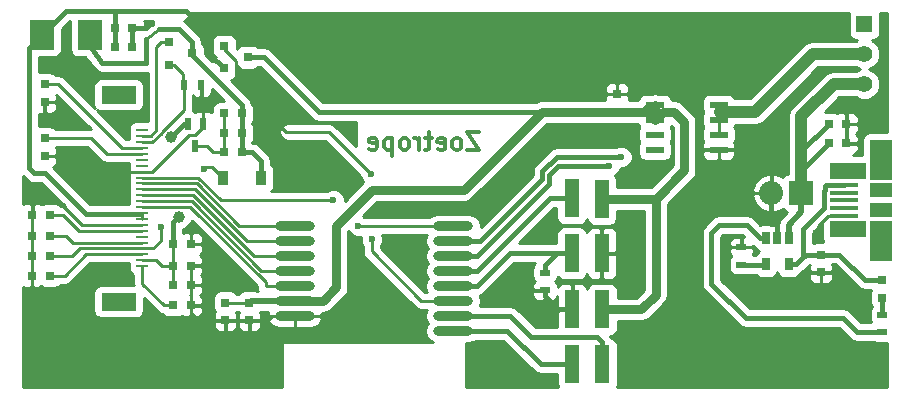
<source format=gbl>
G04 #@! TF.FileFunction,Copper,L2,Bot,Signal*
%FSLAX46Y46*%
G04 Gerber Fmt 4.6, Leading zero omitted, Abs format (unit mm)*
G04 Created by KiCad (PCBNEW (2015-04-29 BZR 5630)-product) date Tue 21 Jul 2015 17:06:27 BST*
%MOMM*%
G01*
G04 APERTURE LIST*
%ADD10C,0.150000*%
%ADD11C,0.300000*%
%ADD12R,0.800100X0.800100*%
%ADD13C,0.600000*%
%ADD14R,0.910000X1.220000*%
%ADD15R,1.000760X0.269240*%
%ADD16R,3.000000X1.500000*%
%ADD17R,0.750000X0.800000*%
%ADD18R,0.800000X0.750000*%
%ADD19R,0.797560X0.797560*%
%ADD20R,0.900000X0.500000*%
%ADD21R,0.500000X0.900000*%
%ADD22R,0.650000X1.060000*%
%ADD23O,3.352800X0.812800*%
%ADD24R,1.550000X0.600000*%
%ADD25R,2.000000X2.500000*%
%ADD26R,2.032000X2.032000*%
%ADD27O,2.032000X2.032000*%
%ADD28R,0.599440X1.000760*%
%ADD29R,1.295400X3.250000*%
%ADD30R,1.397000X1.397000*%
%ADD31C,1.397000*%
%ADD32R,1.897380X1.173480*%
%ADD33R,1.897380X3.374900*%
%ADD34R,3.100580X1.473200*%
%ADD35R,2.379220X0.449580*%
%ADD36C,1.000000*%
%ADD37C,0.400000*%
%ADD38C,0.500000*%
%ADD39C,1.000000*%
%ADD40C,0.250000*%
%ADD41C,0.750000*%
%ADD42C,0.254000*%
G04 APERTURE END LIST*
D10*
D11*
X98186285Y-52899571D02*
X97186285Y-52899571D01*
X98186285Y-54399571D01*
X97186285Y-54399571D01*
X96400571Y-54399571D02*
X96543429Y-54328143D01*
X96614857Y-54256714D01*
X96686286Y-54113857D01*
X96686286Y-53685286D01*
X96614857Y-53542429D01*
X96543429Y-53471000D01*
X96400571Y-53399571D01*
X96186286Y-53399571D01*
X96043429Y-53471000D01*
X95972000Y-53542429D01*
X95900571Y-53685286D01*
X95900571Y-54113857D01*
X95972000Y-54256714D01*
X96043429Y-54328143D01*
X96186286Y-54399571D01*
X96400571Y-54399571D01*
X94686286Y-54328143D02*
X94829143Y-54399571D01*
X95114857Y-54399571D01*
X95257714Y-54328143D01*
X95329143Y-54185286D01*
X95329143Y-53613857D01*
X95257714Y-53471000D01*
X95114857Y-53399571D01*
X94829143Y-53399571D01*
X94686286Y-53471000D01*
X94614857Y-53613857D01*
X94614857Y-53756714D01*
X95329143Y-53899571D01*
X94186286Y-53399571D02*
X93614857Y-53399571D01*
X93972000Y-52899571D02*
X93972000Y-54185286D01*
X93900572Y-54328143D01*
X93757714Y-54399571D01*
X93614857Y-54399571D01*
X93114857Y-54399571D02*
X93114857Y-53399571D01*
X93114857Y-53685286D02*
X93043429Y-53542429D01*
X92972000Y-53471000D01*
X92829143Y-53399571D01*
X92686286Y-53399571D01*
X91972000Y-54399571D02*
X92114858Y-54328143D01*
X92186286Y-54256714D01*
X92257715Y-54113857D01*
X92257715Y-53685286D01*
X92186286Y-53542429D01*
X92114858Y-53471000D01*
X91972000Y-53399571D01*
X91757715Y-53399571D01*
X91614858Y-53471000D01*
X91543429Y-53542429D01*
X91472000Y-53685286D01*
X91472000Y-54113857D01*
X91543429Y-54256714D01*
X91614858Y-54328143D01*
X91757715Y-54399571D01*
X91972000Y-54399571D01*
X90829143Y-53399571D02*
X90829143Y-54899571D01*
X90829143Y-53471000D02*
X90686286Y-53399571D01*
X90400572Y-53399571D01*
X90257715Y-53471000D01*
X90186286Y-53542429D01*
X90114857Y-53685286D01*
X90114857Y-54113857D01*
X90186286Y-54256714D01*
X90257715Y-54328143D01*
X90400572Y-54399571D01*
X90686286Y-54399571D01*
X90829143Y-54328143D01*
X88900572Y-54328143D02*
X89043429Y-54399571D01*
X89329143Y-54399571D01*
X89472000Y-54328143D01*
X89543429Y-54185286D01*
X89543429Y-53613857D01*
X89472000Y-53471000D01*
X89329143Y-53399571D01*
X89043429Y-53399571D01*
X88900572Y-53471000D01*
X88829143Y-53613857D01*
X88829143Y-53756714D01*
X89543429Y-53899571D01*
D12*
X76596240Y-47495500D03*
X76596240Y-45595500D03*
X78595220Y-46545500D03*
D13*
X60198000Y-58293000D03*
D14*
X79745000Y-56769000D03*
X76465000Y-56769000D03*
D13*
X120650000Y-65722500D03*
D12*
X71897240Y-47178000D03*
X71897240Y-45278000D03*
X73896220Y-46228000D03*
D13*
X88773000Y-69596000D03*
X76263500Y-64516000D03*
X64770000Y-55118000D03*
X75946000Y-49974500D03*
X92203500Y-62738000D03*
X83440500Y-55372000D03*
X87122000Y-57150000D03*
X80075000Y-53975000D03*
X95569000Y-44894500D03*
X98569000Y-44894500D03*
X101569000Y-44894500D03*
X104569000Y-44894500D03*
X107569000Y-44894500D03*
X68389500Y-72771000D03*
X65913000Y-72771000D03*
X65976500Y-70866000D03*
X74485500Y-50609500D03*
X70231000Y-43688000D03*
X67818000Y-64897000D03*
X65595500Y-56959500D03*
X78613000Y-72834500D03*
X113601500Y-69151500D03*
X116268500Y-72834500D03*
X63627000Y-70866000D03*
X62992000Y-56197500D03*
X63055500Y-47688500D03*
X100076000Y-73596500D03*
X103505000Y-61595000D03*
X61087000Y-58039000D03*
X63182500Y-51879500D03*
X100266500Y-57531000D03*
X61277500Y-70866000D03*
X101155500Y-66357500D03*
X90106500Y-48450500D03*
X110553500Y-44894500D03*
X119951500Y-59182000D03*
X80835500Y-49212500D03*
X106553000Y-53276500D03*
X131318000Y-51689000D03*
X131572000Y-72771000D03*
X125349000Y-66103500D03*
X129413000Y-67437000D03*
D15*
X69660000Y-52741000D03*
X69660000Y-53241000D03*
X69660000Y-53741000D03*
X69660000Y-54241000D03*
X69660000Y-54741000D03*
X69660000Y-55241000D03*
X69660000Y-55741000D03*
X69660000Y-56241000D03*
X69660000Y-56741000D03*
X69660000Y-57241000D03*
X69660000Y-57741000D03*
X69660000Y-58241000D03*
X69660000Y-58741000D03*
X69660000Y-59241000D03*
X69660000Y-59741000D03*
X69660000Y-60241000D03*
X69660000Y-60741000D03*
X69660000Y-61241000D03*
X69660000Y-61741000D03*
X69660000Y-62241000D03*
X69660000Y-62741000D03*
X69660000Y-63241000D03*
X69660000Y-63741000D03*
X69660000Y-64241000D03*
D16*
X67660000Y-67241000D03*
X67660000Y-49741000D03*
D17*
X78740000Y-68822000D03*
X78740000Y-67322000D03*
X109855000Y-51169000D03*
X109855000Y-49669000D03*
D18*
X61811600Y-65049400D03*
X60311600Y-65049400D03*
X61837000Y-61722000D03*
X60337000Y-61722000D03*
X61862400Y-59918600D03*
X60362400Y-59918600D03*
X76593000Y-51308000D03*
X78093000Y-51308000D03*
X76593000Y-52959000D03*
X78093000Y-52959000D03*
D17*
X61404500Y-53415500D03*
X61404500Y-54915500D03*
D18*
X72275000Y-65849500D03*
X73775000Y-65849500D03*
D19*
X132334000Y-65417700D03*
X132334000Y-66916300D03*
D20*
X132334000Y-68338000D03*
X132334000Y-69838000D03*
X120396000Y-64123000D03*
X120396000Y-62623000D03*
D21*
X73164000Y-48895000D03*
X74664000Y-48895000D03*
D22*
X122494000Y-61892000D03*
X123444000Y-61892000D03*
X124394000Y-61892000D03*
X124394000Y-64092000D03*
X122494000Y-64092000D03*
D23*
X95986600Y-60833000D03*
X95986600Y-62103000D03*
X95986600Y-63373000D03*
X95986600Y-64643000D03*
X95986600Y-65913000D03*
X95986600Y-67183000D03*
X95986600Y-68453000D03*
X95986600Y-69723000D03*
X82575400Y-68478400D03*
X82575400Y-67208400D03*
X82575400Y-65938400D03*
X82575400Y-64668400D03*
X82575400Y-63398400D03*
X82575400Y-62128400D03*
X82575400Y-60833000D03*
D24*
X118473200Y-50571400D03*
X118473200Y-51841400D03*
X118473200Y-53111400D03*
X118473200Y-54381400D03*
X113073200Y-54381400D03*
X113073200Y-53111400D03*
X113073200Y-51841400D03*
X113073200Y-50571400D03*
D17*
X61404500Y-48843500D03*
X61404500Y-50343500D03*
D18*
X72300400Y-62369700D03*
X73800400Y-62369700D03*
X72275000Y-64198500D03*
X73775000Y-64198500D03*
D17*
X76708000Y-67322000D03*
X76708000Y-68822000D03*
D25*
X61195200Y-44653200D03*
X65195200Y-44653200D03*
D18*
X76593000Y-54610000D03*
X78093000Y-54610000D03*
X61837000Y-63373000D03*
X60337000Y-63373000D03*
D26*
X125476000Y-58039000D03*
D27*
X122936000Y-58039000D03*
D17*
X127127000Y-63258000D03*
X127127000Y-64758000D03*
D18*
X127774000Y-53848000D03*
X129274000Y-53848000D03*
X127774000Y-52197000D03*
X129274000Y-52197000D03*
X72275000Y-67564000D03*
X73775000Y-67564000D03*
X67322000Y-44069000D03*
X68822000Y-44069000D03*
X67322000Y-45720000D03*
X68822000Y-45720000D03*
D28*
X74818240Y-52199540D03*
X73517760Y-52199540D03*
X74168000Y-54102000D03*
D29*
X106075480Y-72518840D03*
X108615480Y-72559480D03*
X108615480Y-67907600D03*
X106075480Y-67907600D03*
X108554520Y-58545160D03*
X106014520Y-58504520D03*
X106014520Y-63156400D03*
X108554520Y-63156400D03*
D20*
X103759000Y-64782000D03*
X103759000Y-66282000D03*
D30*
X130810000Y-43738800D03*
D31*
X130810000Y-46278800D03*
X130810000Y-48818800D03*
D32*
X132207000Y-57835800D03*
X132207000Y-59512200D03*
D33*
X132207000Y-62087380D03*
X132207000Y-55260620D03*
D34*
X129408300Y-61135260D03*
X129408300Y-56212740D03*
D35*
X129047620Y-57373520D03*
X129047620Y-58023760D03*
X129047620Y-58674000D03*
X129047620Y-59324240D03*
X129047620Y-59974480D03*
D13*
X118935500Y-61849000D03*
X126746000Y-61404500D03*
X74930000Y-56007000D03*
X71247000Y-60960000D03*
D36*
X72756938Y-60066020D03*
X72072500Y-53340000D03*
D13*
X87947500Y-60833000D03*
X85852000Y-58674000D03*
X110236000Y-54991000D03*
X109220000Y-55753000D03*
X89027000Y-56451500D03*
X89090500Y-61976000D03*
D37*
X125476000Y-54991000D02*
X125476000Y-54495000D01*
X125476000Y-54495000D02*
X127774000Y-52197000D01*
X125476000Y-58039000D02*
X125476000Y-56146000D01*
X125476000Y-56146000D02*
X127774000Y-53848000D01*
D38*
X124394000Y-61892000D02*
X124394000Y-60772000D01*
X125476000Y-59690000D02*
X125476000Y-58039000D01*
X124394000Y-60772000D02*
X125476000Y-59690000D01*
D39*
X125476000Y-58039000D02*
X125476000Y-54991000D01*
X125476000Y-54991000D02*
X125476000Y-51562000D01*
X128219200Y-48818800D02*
X130810000Y-48818800D01*
X125476000Y-51562000D02*
X128219200Y-48818800D01*
D40*
X74818240Y-52199540D02*
X74818240Y-52499260D01*
X74818240Y-52499260D02*
X74168000Y-53149500D01*
X74168000Y-53149500D02*
X73596500Y-53149500D01*
X73596500Y-53149500D02*
X70505000Y-56241000D01*
X70505000Y-56241000D02*
X69660000Y-56241000D01*
X69660000Y-56241000D02*
X66314000Y-56241000D01*
X66314000Y-56241000D02*
X65595500Y-56959500D01*
X69660000Y-60741000D02*
X64551000Y-60741000D01*
X61277500Y-57467500D02*
X60261500Y-57467500D01*
X64551000Y-60741000D02*
X61277500Y-57467500D01*
D37*
X68822000Y-44069000D02*
X69977000Y-44069000D01*
X69977000Y-44069000D02*
X70294500Y-43751500D01*
X70294500Y-43751500D02*
X70485000Y-43751500D01*
X68822000Y-44069000D02*
X68822000Y-45720000D01*
X123444000Y-61892000D02*
X123444000Y-60325000D01*
X122936000Y-59817000D02*
X122936000Y-58039000D01*
X123444000Y-60325000D02*
X122936000Y-59817000D01*
D40*
X127731520Y-59974480D02*
X129047620Y-59974480D01*
X126873000Y-60833000D02*
X127731520Y-59974480D01*
X126873000Y-61277500D02*
X126873000Y-60833000D01*
X126746000Y-61404500D02*
X126873000Y-61277500D01*
X78740000Y-68822000D02*
X80276000Y-68822000D01*
X80619600Y-68478400D02*
X82575400Y-68478400D01*
X80276000Y-68822000D02*
X80619600Y-68478400D01*
X60337000Y-61722000D02*
X60337000Y-59944000D01*
X60337000Y-59944000D02*
X60362400Y-59918600D01*
X60337000Y-63373000D02*
X60337000Y-61722000D01*
X60311600Y-65049400D02*
X60311600Y-63398400D01*
X60311600Y-63398400D02*
X60337000Y-63373000D01*
X73775000Y-67564000D02*
X73775000Y-68250500D01*
X74346500Y-68822000D02*
X76708000Y-68822000D01*
X73775000Y-68250500D02*
X74346500Y-68822000D01*
D37*
X103759000Y-66282000D02*
X103759000Y-66802000D01*
X104864600Y-67907600D02*
X106075480Y-67907600D01*
X103759000Y-66802000D02*
X104864600Y-67907600D01*
X132334000Y-65417700D02*
X130822700Y-65417700D01*
X128663000Y-63258000D02*
X127127000Y-63258000D01*
X130822700Y-65417700D02*
X128663000Y-63258000D01*
X125603000Y-61341000D02*
X125603000Y-62048573D01*
X125603000Y-62048573D02*
X125603000Y-63500000D01*
X127381000Y-59309000D02*
X125603000Y-61087000D01*
X125603000Y-61087000D02*
X125603000Y-62048573D01*
X127381000Y-57912000D02*
X127381000Y-59309000D01*
X127458009Y-57834991D02*
X127381000Y-57912000D01*
X127538480Y-57373520D02*
X127458009Y-57453991D01*
X127458009Y-57453991D02*
X127458009Y-57834991D01*
X129047620Y-57373520D02*
X127538480Y-57373520D01*
X125603000Y-63500000D02*
X125845000Y-63258000D01*
X125845000Y-63258000D02*
X127000000Y-63258000D01*
X125011000Y-64092000D02*
X124394000Y-64092000D01*
X125603000Y-63500000D02*
X125011000Y-64092000D01*
D40*
X76708000Y-67322000D02*
X78740000Y-67322000D01*
D37*
X103505000Y-51181000D02*
X84645500Y-51181000D01*
X80010000Y-46545500D02*
X78595220Y-46545500D01*
X84645500Y-51181000D02*
X80010000Y-46545500D01*
D38*
X82575400Y-67208400D02*
X78853600Y-67208400D01*
X78853600Y-67208400D02*
X78740000Y-67322000D01*
D40*
X113073200Y-50571400D02*
X112369600Y-50571400D01*
X112369600Y-50571400D02*
X111772000Y-51169000D01*
X111772000Y-51169000D02*
X109855000Y-51169000D01*
D41*
X113073200Y-51181000D02*
X103505000Y-51181000D01*
X84937600Y-67208400D02*
X82575400Y-67208400D01*
X86106000Y-66040000D02*
X84937600Y-67208400D01*
X86106000Y-60833000D02*
X86106000Y-66040000D01*
X89154000Y-57785000D02*
X86106000Y-60833000D01*
X96901000Y-57785000D02*
X89154000Y-57785000D01*
X103505000Y-51181000D02*
X96901000Y-57785000D01*
X108615480Y-67907600D02*
X111924400Y-67907600D01*
X113158840Y-66673160D02*
X113158840Y-58545160D01*
X111924400Y-67907600D02*
X113158840Y-66673160D01*
X113073200Y-50571400D02*
X113073200Y-51181000D01*
X113073200Y-51181000D02*
X113073200Y-51841400D01*
X113073200Y-51841400D02*
X113733600Y-51181000D01*
X113733600Y-51181000D02*
X114681000Y-51181000D01*
X114681000Y-51181000D02*
X115570000Y-52070000D01*
X115570000Y-52070000D02*
X115570000Y-56134000D01*
X115570000Y-56134000D02*
X113158840Y-58545160D01*
X113158840Y-58545160D02*
X108554520Y-58545160D01*
D40*
X69660000Y-64241000D02*
X69660000Y-65723000D01*
X71501000Y-67564000D02*
X72275000Y-67564000D01*
X69660000Y-65723000D02*
X71501000Y-67564000D01*
X69660000Y-63241000D02*
X64902000Y-63241000D01*
X63093600Y-65049400D02*
X61811600Y-65049400D01*
X64902000Y-63241000D02*
X63093600Y-65049400D01*
X69660000Y-62241000D02*
X63765000Y-62241000D01*
X63246000Y-61722000D02*
X61837000Y-61722000D01*
X63765000Y-62241000D02*
X63246000Y-61722000D01*
X69660000Y-61241000D02*
X64289000Y-61241000D01*
X62966600Y-59918600D02*
X61862400Y-59918600D01*
X64289000Y-61241000D02*
X62966600Y-59918600D01*
X61940000Y-59841000D02*
X61862400Y-59918600D01*
X69660000Y-54741000D02*
X66651502Y-54741000D01*
X66651502Y-54741000D02*
X65326002Y-53415500D01*
X65326002Y-53415500D02*
X62029500Y-53415500D01*
X62029500Y-53415500D02*
X61404500Y-53415500D01*
X69660000Y-62741000D02*
X70609000Y-62741000D01*
X75576000Y-55880000D02*
X76465000Y-56769000D01*
X75057000Y-55880000D02*
X75576000Y-55880000D01*
X74930000Y-56007000D02*
X75057000Y-55880000D01*
X71247000Y-62103000D02*
X71247000Y-60960000D01*
X70609000Y-62741000D02*
X71247000Y-62103000D01*
X61837000Y-63373000D02*
X63754000Y-63373000D01*
X64386000Y-62741000D02*
X69660000Y-62741000D01*
X63754000Y-63373000D02*
X64386000Y-62741000D01*
D37*
X72300400Y-60522558D02*
X72756938Y-60066020D01*
X72300400Y-62369700D02*
X72300400Y-60522558D01*
D40*
X69660000Y-63741000D02*
X70853000Y-63741000D01*
X71310500Y-64198500D02*
X72275000Y-64198500D01*
X70853000Y-63741000D02*
X71310500Y-64198500D01*
D37*
X73517760Y-52199540D02*
X73212960Y-52199540D01*
X73212960Y-52199540D02*
X72072500Y-53340000D01*
D40*
X72275000Y-64198500D02*
X72275000Y-65849500D01*
X72300400Y-62369700D02*
X72300400Y-64173100D01*
X72300400Y-64173100D02*
X72275000Y-64198500D01*
X72271700Y-62341000D02*
X72300400Y-62369700D01*
X62559500Y-48843500D02*
X66374606Y-52658606D01*
X66374606Y-52658606D02*
X66557000Y-52841000D01*
X69660000Y-54241000D02*
X67957000Y-54241000D01*
X67957000Y-54241000D02*
X66374606Y-52658606D01*
X61404500Y-48843500D02*
X62559500Y-48843500D01*
D37*
X132334000Y-68338000D02*
X132334000Y-66916300D01*
X95986600Y-69723000D02*
X100584000Y-69723000D01*
X103379840Y-72518840D02*
X106075480Y-72518840D01*
X100584000Y-69723000D02*
X103379840Y-72518840D01*
X95986600Y-68453000D02*
X100838000Y-68453000D01*
X108615480Y-70642480D02*
X108615480Y-72559480D01*
X108204000Y-70231000D02*
X108615480Y-70642480D01*
X102616000Y-70231000D02*
X108204000Y-70231000D01*
X100838000Y-68453000D02*
X102616000Y-70231000D01*
X106014520Y-58504520D02*
X104182480Y-58504520D01*
X98044000Y-64643000D02*
X95986600Y-64643000D01*
X104182480Y-58504520D02*
X98044000Y-64643000D01*
D40*
X73164000Y-49595000D02*
X73164000Y-48895000D01*
X73164000Y-51043410D02*
X73164000Y-49595000D01*
X71316010Y-52891400D02*
X73164000Y-51043410D01*
X71316010Y-52941402D02*
X71316010Y-52891400D01*
X70516412Y-53741000D02*
X71316010Y-52941402D01*
X69660000Y-53741000D02*
X70516412Y-53741000D01*
X71897240Y-47178000D02*
X72324000Y-47178000D01*
X73152000Y-48006000D02*
X73164000Y-48895000D01*
X72324000Y-47178000D02*
X73152000Y-48006000D01*
X80098900Y-65620900D02*
X73719000Y-59241000D01*
X73719000Y-59241000D02*
X69660000Y-59241000D01*
X80098900Y-65938400D02*
X80098900Y-65620900D01*
X82575400Y-65938400D02*
X80098900Y-65938400D01*
X73464590Y-58741000D02*
X70410380Y-58741000D01*
X73473599Y-58731991D02*
X73464590Y-58741000D01*
X73846401Y-58731991D02*
X73473599Y-58731991D01*
X79757421Y-64643011D02*
X73846401Y-58731991D01*
X79884198Y-64643011D02*
X79757421Y-64643011D01*
X70410380Y-58741000D02*
X69660000Y-58741000D01*
X82575400Y-64668400D02*
X79884198Y-64643011D01*
X79884198Y-64643011D02*
X79883000Y-64643000D01*
X82575400Y-63398400D02*
X79149220Y-63398400D01*
X70410380Y-58241000D02*
X69660000Y-58241000D01*
X73991820Y-58241000D02*
X70410380Y-58241000D01*
X79149220Y-63398400D02*
X73991820Y-58241000D01*
D37*
X106014520Y-63156400D02*
X104737600Y-63156400D01*
X103759000Y-64135000D02*
X103759000Y-64782000D01*
X104737600Y-63156400D02*
X103759000Y-64135000D01*
X106014520Y-63156400D02*
X100800600Y-63156400D01*
X98044000Y-65913000D02*
X95986600Y-65913000D01*
X100800600Y-63156400D02*
X98044000Y-65913000D01*
D40*
X82575400Y-62128400D02*
X78515630Y-62128400D01*
X74128230Y-57741000D02*
X70410380Y-57741000D01*
X78515630Y-62128400D02*
X74128230Y-57741000D01*
X70410380Y-57741000D02*
X69660000Y-57741000D01*
X74264640Y-57241000D02*
X70410380Y-57241000D01*
X77856640Y-60833000D02*
X74264640Y-57241000D01*
X82575400Y-60833000D02*
X77856640Y-60833000D01*
X70410380Y-57241000D02*
X69660000Y-57241000D01*
X85852000Y-58674000D02*
X76334050Y-58674000D01*
X74401050Y-56741000D02*
X70410380Y-56741000D01*
X76334050Y-58674000D02*
X74401050Y-56741000D01*
X70410380Y-56741000D02*
X69660000Y-56741000D01*
X95986600Y-60833000D02*
X94060200Y-60833000D01*
X94060200Y-60833000D02*
X87947500Y-60833000D01*
X70866000Y-52755002D02*
X70866000Y-45659190D01*
X70866000Y-45659190D02*
X71247190Y-45278000D01*
X71247190Y-45278000D02*
X71897240Y-45278000D01*
X69660000Y-53241000D02*
X70380002Y-53241000D01*
X70380002Y-53241000D02*
X70866000Y-52755002D01*
X71897240Y-45278000D02*
X71897240Y-45354240D01*
D37*
X110236000Y-54991000D02*
X104775000Y-54991000D01*
X104775000Y-54991000D02*
X103539990Y-56226010D01*
X98298000Y-62103000D02*
X95986600Y-62103000D01*
X103539990Y-56226010D02*
X103539990Y-56861010D01*
X103539990Y-56861010D02*
X98298000Y-62103000D01*
X95986600Y-63373000D02*
X98044000Y-63373000D01*
X104902000Y-55753000D02*
X109220000Y-55753000D01*
X104140000Y-56515000D02*
X104902000Y-55753000D01*
X104140000Y-57277000D02*
X104140000Y-56515000D01*
X98044000Y-63373000D02*
X104140000Y-57277000D01*
D40*
X76593000Y-52959000D02*
X76593000Y-51308000D01*
X76593000Y-54610000D02*
X76593000Y-52959000D01*
X74168000Y-54099460D02*
X75117960Y-54099460D01*
X75628500Y-54610000D02*
X76593000Y-54610000D01*
X75117960Y-54099460D02*
X75628500Y-54610000D01*
D37*
X78093000Y-54610000D02*
X78994000Y-54610000D01*
X79745000Y-55361000D02*
X79745000Y-56769000D01*
X78994000Y-54610000D02*
X79745000Y-55361000D01*
X78093000Y-51308000D02*
X78093000Y-50597500D01*
X78093000Y-50597500D02*
X73896220Y-46400720D01*
D40*
X73896220Y-46400720D02*
X73896220Y-46228000D01*
X65195200Y-44653200D02*
X65195200Y-45637200D01*
D37*
X65195200Y-45637200D02*
X66294000Y-47053500D01*
X66294000Y-47053500D02*
X69977000Y-47053500D01*
X69977000Y-47053500D02*
X69977542Y-47052416D01*
X69977542Y-47052416D02*
X69974067Y-44991949D01*
D40*
X69974067Y-44991949D02*
X71120000Y-44132500D01*
D37*
X71120000Y-44132500D02*
X72771000Y-44132500D01*
X72771000Y-44132500D02*
X73896220Y-45257720D01*
X73896220Y-45257720D02*
X73896220Y-46228000D01*
X78093000Y-52959000D02*
X78093000Y-54610000D01*
X78093000Y-51308000D02*
X78093000Y-52959000D01*
D40*
X65195200Y-44653200D02*
X65195200Y-44342300D01*
D37*
X72961500Y-42672000D02*
X73406000Y-42672000D01*
X67310000Y-42672000D02*
X67818000Y-42672000D01*
X72961500Y-42672000D02*
X67818000Y-42672000D01*
X75438000Y-46337260D02*
X76596240Y-47495500D01*
X75438000Y-44704000D02*
X75438000Y-46337260D01*
X73406000Y-42672000D02*
X75438000Y-44704000D01*
D40*
X69660000Y-60241000D02*
X69660000Y-59741000D01*
X69660000Y-59741000D02*
X69584000Y-59817000D01*
D37*
X69584000Y-59817000D02*
X64897000Y-59817000D01*
X61468000Y-56388000D02*
X60960000Y-56388000D01*
X64897000Y-59817000D02*
X61468000Y-56388000D01*
X67322000Y-45720000D02*
X67322000Y-44069000D01*
X67322000Y-44069000D02*
X67322000Y-42672000D01*
X67322000Y-42672000D02*
X67310000Y-42672000D01*
X60071000Y-45777400D02*
X61195200Y-44653200D01*
X60071000Y-55943500D02*
X60071000Y-45777400D01*
X60515500Y-56388000D02*
X60071000Y-55943500D01*
X61150500Y-56388000D02*
X60960000Y-56388000D01*
X60960000Y-56388000D02*
X60515500Y-56388000D01*
X63176400Y-42672000D02*
X61195200Y-44653200D01*
X67310000Y-42672000D02*
X63176400Y-42672000D01*
D40*
X82042000Y-52895500D02*
X81851500Y-52895500D01*
X77597000Y-46863000D02*
X76596240Y-45862240D01*
X77597000Y-48641000D02*
X77597000Y-46863000D01*
X81851500Y-52895500D02*
X77597000Y-48641000D01*
X76596240Y-45862240D02*
X76596240Y-45595500D01*
X85471000Y-52895500D02*
X82042000Y-52895500D01*
X82042000Y-52895500D02*
X81996240Y-52895500D01*
X89027000Y-56451500D02*
X85471000Y-52895500D01*
X89090500Y-62992000D02*
X89090500Y-61976000D01*
X95986600Y-67183000D02*
X93281500Y-67183000D01*
X93281500Y-67183000D02*
X89090500Y-62992000D01*
D37*
X122494000Y-61892000D02*
X121963000Y-61892000D01*
X130163000Y-69838000D02*
X132334000Y-69838000D01*
X128968500Y-68643500D02*
X130163000Y-69838000D01*
X120777000Y-68643500D02*
X128968500Y-68643500D01*
X117856000Y-65722500D02*
X120777000Y-68643500D01*
X117856000Y-61404500D02*
X117856000Y-65722500D01*
X118491000Y-60769500D02*
X117856000Y-61404500D01*
X120840500Y-60769500D02*
X118491000Y-60769500D01*
X121963000Y-61892000D02*
X120840500Y-60769500D01*
X120396000Y-64123000D02*
X122463000Y-64123000D01*
X122463000Y-64123000D02*
X122494000Y-64092000D01*
D40*
X118473200Y-51841400D02*
X118473200Y-53111400D01*
D39*
X130810000Y-46278800D02*
X126441200Y-46278800D01*
X121564400Y-51155600D02*
X118618000Y-51155600D01*
X126441200Y-46278800D02*
X121564400Y-51155600D01*
D38*
X118567200Y-51054000D02*
X118473200Y-50960000D01*
X118473200Y-50960000D02*
X118473200Y-50571400D01*
X118872000Y-51054000D02*
X118567200Y-51054000D01*
X118872000Y-51054000D02*
X118872000Y-51155600D01*
X118618000Y-51155600D02*
X118473200Y-51300400D01*
X118473200Y-51300400D02*
X118473200Y-51841400D01*
X118872000Y-51155600D02*
X118618000Y-51155600D01*
D42*
G36*
X60380000Y-63396000D02*
X60360000Y-63396000D01*
X60360000Y-63416000D01*
X60314000Y-63416000D01*
X60314000Y-63396000D01*
X60294000Y-63396000D01*
X60294000Y-63350000D01*
X60314000Y-63350000D01*
X60314000Y-62573250D01*
X60314000Y-62521750D01*
X60314000Y-61745000D01*
X60294000Y-61745000D01*
X60294000Y-61699000D01*
X60314000Y-61699000D01*
X60314000Y-61679000D01*
X60360000Y-61679000D01*
X60360000Y-61699000D01*
X60380000Y-61699000D01*
X60380000Y-61745000D01*
X60360000Y-61745000D01*
X60360000Y-62521750D01*
X60360000Y-62573250D01*
X60360000Y-63350000D01*
X60380000Y-63350000D01*
X60380000Y-63396000D01*
X60380000Y-63396000D01*
G37*
X60380000Y-63396000D02*
X60360000Y-63396000D01*
X60360000Y-63416000D01*
X60314000Y-63416000D01*
X60314000Y-63396000D01*
X60294000Y-63396000D01*
X60294000Y-63350000D01*
X60314000Y-63350000D01*
X60314000Y-62573250D01*
X60314000Y-62521750D01*
X60314000Y-61745000D01*
X60294000Y-61745000D01*
X60294000Y-61699000D01*
X60314000Y-61699000D01*
X60314000Y-61679000D01*
X60360000Y-61679000D01*
X60360000Y-61699000D01*
X60380000Y-61699000D01*
X60380000Y-61745000D01*
X60360000Y-61745000D01*
X60360000Y-62521750D01*
X60360000Y-62573250D01*
X60360000Y-63350000D01*
X60380000Y-63350000D01*
X60380000Y-63396000D01*
G36*
X63080360Y-59181228D02*
X62966600Y-59158600D01*
X62769007Y-59158600D01*
X62723073Y-59088673D01*
X62512040Y-58946223D01*
X62262400Y-58896160D01*
X61462400Y-58896160D01*
X61220277Y-58943137D01*
X61123520Y-59006695D01*
X61122098Y-59005273D01*
X60888709Y-58908600D01*
X60544150Y-58908600D01*
X60385400Y-59067350D01*
X60385400Y-59895600D01*
X60405400Y-59895600D01*
X60405400Y-59941600D01*
X60385400Y-59941600D01*
X60385400Y-59961600D01*
X60339400Y-59961600D01*
X60339400Y-59941600D01*
X60319400Y-59941600D01*
X60319400Y-59895600D01*
X60339400Y-59895600D01*
X60339400Y-59067350D01*
X60180650Y-58908600D01*
X59836091Y-58908600D01*
X59602702Y-59005273D01*
X59587200Y-59020774D01*
X59587200Y-56640568D01*
X59925066Y-56978434D01*
X60195959Y-57159439D01*
X60195960Y-57159439D01*
X60515500Y-57223000D01*
X60960000Y-57223000D01*
X61122132Y-57223000D01*
X63080360Y-59181228D01*
X63080360Y-59181228D01*
G37*
X63080360Y-59181228D02*
X62966600Y-59158600D01*
X62769007Y-59158600D01*
X62723073Y-59088673D01*
X62512040Y-58946223D01*
X62262400Y-58896160D01*
X61462400Y-58896160D01*
X61220277Y-58943137D01*
X61123520Y-59006695D01*
X61122098Y-59005273D01*
X60888709Y-58908600D01*
X60544150Y-58908600D01*
X60385400Y-59067350D01*
X60385400Y-59895600D01*
X60405400Y-59895600D01*
X60405400Y-59941600D01*
X60385400Y-59941600D01*
X60385400Y-59961600D01*
X60339400Y-59961600D01*
X60339400Y-59941600D01*
X60319400Y-59941600D01*
X60319400Y-59895600D01*
X60339400Y-59895600D01*
X60339400Y-59067350D01*
X60180650Y-58908600D01*
X59836091Y-58908600D01*
X59602702Y-59005273D01*
X59587200Y-59020774D01*
X59587200Y-56640568D01*
X59925066Y-56978434D01*
X60195959Y-57159439D01*
X60195960Y-57159439D01*
X60515500Y-57223000D01*
X60960000Y-57223000D01*
X61122132Y-57223000D01*
X63080360Y-59181228D01*
G36*
X65296698Y-52655500D02*
X62414500Y-52655500D01*
X62414500Y-50869809D01*
X62414500Y-50525250D01*
X62255750Y-50366500D01*
X61427500Y-50366500D01*
X61427500Y-51219750D01*
X61586250Y-51378500D01*
X61653191Y-51378500D01*
X61905810Y-51378500D01*
X62139199Y-51281827D01*
X62317827Y-51103198D01*
X62414500Y-50869809D01*
X62414500Y-52655500D01*
X62302530Y-52655500D01*
X62240173Y-52560573D01*
X62029140Y-52418123D01*
X61779500Y-52368060D01*
X61029500Y-52368060D01*
X60906000Y-52392021D01*
X60906000Y-51378500D01*
X61155809Y-51378500D01*
X61222750Y-51378500D01*
X61381500Y-51219750D01*
X61381500Y-50366500D01*
X61361500Y-50366500D01*
X61361500Y-50320500D01*
X61381500Y-50320500D01*
X61381500Y-50300500D01*
X61427500Y-50300500D01*
X61427500Y-50320500D01*
X62255750Y-50320500D01*
X62414500Y-50161750D01*
X62414500Y-49817191D01*
X62383465Y-49742267D01*
X65296698Y-52655500D01*
X65296698Y-52655500D01*
G37*
X65296698Y-52655500D02*
X62414500Y-52655500D01*
X62414500Y-50869809D01*
X62414500Y-50525250D01*
X62255750Y-50366500D01*
X61427500Y-50366500D01*
X61427500Y-51219750D01*
X61586250Y-51378500D01*
X61653191Y-51378500D01*
X61905810Y-51378500D01*
X62139199Y-51281827D01*
X62317827Y-51103198D01*
X62414500Y-50869809D01*
X62414500Y-52655500D01*
X62302530Y-52655500D01*
X62240173Y-52560573D01*
X62029140Y-52418123D01*
X61779500Y-52368060D01*
X61029500Y-52368060D01*
X60906000Y-52392021D01*
X60906000Y-51378500D01*
X61155809Y-51378500D01*
X61222750Y-51378500D01*
X61381500Y-51219750D01*
X61381500Y-50366500D01*
X61361500Y-50366500D01*
X61361500Y-50320500D01*
X61381500Y-50320500D01*
X61381500Y-50300500D01*
X61427500Y-50300500D01*
X61427500Y-50320500D01*
X62255750Y-50320500D01*
X62414500Y-50161750D01*
X62414500Y-49817191D01*
X62383465Y-49742267D01*
X65296698Y-52655500D01*
G36*
X68640244Y-56241183D02*
X68562243Y-56356740D01*
X68555122Y-56392247D01*
X68524620Y-56422750D01*
X68524620Y-56501929D01*
X68530351Y-56515766D01*
X68512180Y-56606380D01*
X68512180Y-56875620D01*
X68534936Y-56992906D01*
X68512180Y-57106380D01*
X68512180Y-57375620D01*
X68534936Y-57492906D01*
X68512180Y-57606380D01*
X68512180Y-57875620D01*
X68534936Y-57992906D01*
X68512180Y-58106380D01*
X68512180Y-58375620D01*
X68534936Y-58492906D01*
X68512180Y-58606380D01*
X68512180Y-58875620D01*
X68532819Y-58982000D01*
X65242868Y-58982000D01*
X62121872Y-55861004D01*
X62139199Y-55853827D01*
X62317827Y-55675198D01*
X62414500Y-55441809D01*
X62414500Y-55097250D01*
X62255750Y-54938500D01*
X61427500Y-54938500D01*
X61427500Y-54958500D01*
X61381500Y-54958500D01*
X61381500Y-54938500D01*
X61361500Y-54938500D01*
X61361500Y-54892500D01*
X61381500Y-54892500D01*
X61381500Y-54872500D01*
X61427500Y-54872500D01*
X61427500Y-54892500D01*
X62255750Y-54892500D01*
X62414500Y-54733750D01*
X62414500Y-54389191D01*
X62325986Y-54175500D01*
X65011200Y-54175500D01*
X66114101Y-55278401D01*
X66360663Y-55443148D01*
X66651502Y-55501000D01*
X68533312Y-55501000D01*
X68512180Y-55606380D01*
X68512180Y-55875620D01*
X68529949Y-55967204D01*
X68524620Y-55980071D01*
X68524620Y-56059250D01*
X68553390Y-56088020D01*
X68559157Y-56117743D01*
X68640244Y-56241183D01*
X68640244Y-56241183D01*
G37*
X68640244Y-56241183D02*
X68562243Y-56356740D01*
X68555122Y-56392247D01*
X68524620Y-56422750D01*
X68524620Y-56501929D01*
X68530351Y-56515766D01*
X68512180Y-56606380D01*
X68512180Y-56875620D01*
X68534936Y-56992906D01*
X68512180Y-57106380D01*
X68512180Y-57375620D01*
X68534936Y-57492906D01*
X68512180Y-57606380D01*
X68512180Y-57875620D01*
X68534936Y-57992906D01*
X68512180Y-58106380D01*
X68512180Y-58375620D01*
X68534936Y-58492906D01*
X68512180Y-58606380D01*
X68512180Y-58875620D01*
X68532819Y-58982000D01*
X65242868Y-58982000D01*
X62121872Y-55861004D01*
X62139199Y-55853827D01*
X62317827Y-55675198D01*
X62414500Y-55441809D01*
X62414500Y-55097250D01*
X62255750Y-54938500D01*
X61427500Y-54938500D01*
X61427500Y-54958500D01*
X61381500Y-54958500D01*
X61381500Y-54938500D01*
X61361500Y-54938500D01*
X61361500Y-54892500D01*
X61381500Y-54892500D01*
X61381500Y-54872500D01*
X61427500Y-54872500D01*
X61427500Y-54892500D01*
X62255750Y-54892500D01*
X62414500Y-54733750D01*
X62414500Y-54389191D01*
X62325986Y-54175500D01*
X65011200Y-54175500D01*
X66114101Y-55278401D01*
X66360663Y-55443148D01*
X66651502Y-55501000D01*
X68533312Y-55501000D01*
X68512180Y-55606380D01*
X68512180Y-55875620D01*
X68529949Y-55967204D01*
X68524620Y-55980071D01*
X68524620Y-56059250D01*
X68553390Y-56088020D01*
X68559157Y-56117743D01*
X68640244Y-56241183D01*
G36*
X70106000Y-51958940D02*
X69159620Y-51958940D01*
X68917497Y-52005917D01*
X68704693Y-52145707D01*
X68562243Y-52356740D01*
X68512180Y-52606380D01*
X68512180Y-52875620D01*
X68534936Y-52992906D01*
X68512180Y-53106380D01*
X68512180Y-53375620D01*
X68532625Y-53481000D01*
X68271801Y-53481000D01*
X67094401Y-52303599D01*
X66912007Y-52121205D01*
X65814414Y-51023612D01*
X65910360Y-51088377D01*
X66160000Y-51138440D01*
X69160000Y-51138440D01*
X69402123Y-51091463D01*
X69614927Y-50951673D01*
X69757377Y-50740640D01*
X69807440Y-50491000D01*
X69807440Y-48991000D01*
X69760463Y-48748877D01*
X69620673Y-48536073D01*
X69409640Y-48393623D01*
X69160000Y-48343560D01*
X66160000Y-48343560D01*
X65917877Y-48390537D01*
X65705073Y-48530327D01*
X65562623Y-48741360D01*
X65512560Y-48991000D01*
X65512560Y-50491000D01*
X65559537Y-50733123D01*
X65627718Y-50836916D01*
X63096901Y-48306099D01*
X62850339Y-48141352D01*
X62559500Y-48083500D01*
X62302530Y-48083500D01*
X62240173Y-47988573D01*
X62029140Y-47846123D01*
X61779500Y-47796060D01*
X61029500Y-47796060D01*
X60906000Y-47820021D01*
X60906000Y-46550640D01*
X62195200Y-46550640D01*
X62437323Y-46503663D01*
X62650127Y-46363873D01*
X62792577Y-46152840D01*
X62842640Y-45903200D01*
X62842640Y-44186628D01*
X63522268Y-43507000D01*
X63547760Y-43507000D01*
X63547760Y-45903200D01*
X63594737Y-46145323D01*
X63734527Y-46358127D01*
X63945560Y-46500577D01*
X64195200Y-46550640D01*
X64847040Y-46550640D01*
X65634267Y-47565337D01*
X65674196Y-47599980D01*
X65703566Y-47643934D01*
X65796201Y-47705831D01*
X65880358Y-47778845D01*
X65930505Y-47795570D01*
X65974459Y-47824939D01*
X66083731Y-47846674D01*
X66189422Y-47881925D01*
X66242152Y-47878186D01*
X66294000Y-47888500D01*
X69977000Y-47888500D01*
X70106000Y-47862840D01*
X70106000Y-51958940D01*
X70106000Y-51958940D01*
G37*
X70106000Y-51958940D02*
X69159620Y-51958940D01*
X68917497Y-52005917D01*
X68704693Y-52145707D01*
X68562243Y-52356740D01*
X68512180Y-52606380D01*
X68512180Y-52875620D01*
X68534936Y-52992906D01*
X68512180Y-53106380D01*
X68512180Y-53375620D01*
X68532625Y-53481000D01*
X68271801Y-53481000D01*
X67094401Y-52303599D01*
X66912007Y-52121205D01*
X65814414Y-51023612D01*
X65910360Y-51088377D01*
X66160000Y-51138440D01*
X69160000Y-51138440D01*
X69402123Y-51091463D01*
X69614927Y-50951673D01*
X69757377Y-50740640D01*
X69807440Y-50491000D01*
X69807440Y-48991000D01*
X69760463Y-48748877D01*
X69620673Y-48536073D01*
X69409640Y-48393623D01*
X69160000Y-48343560D01*
X66160000Y-48343560D01*
X65917877Y-48390537D01*
X65705073Y-48530327D01*
X65562623Y-48741360D01*
X65512560Y-48991000D01*
X65512560Y-50491000D01*
X65559537Y-50733123D01*
X65627718Y-50836916D01*
X63096901Y-48306099D01*
X62850339Y-48141352D01*
X62559500Y-48083500D01*
X62302530Y-48083500D01*
X62240173Y-47988573D01*
X62029140Y-47846123D01*
X61779500Y-47796060D01*
X61029500Y-47796060D01*
X60906000Y-47820021D01*
X60906000Y-46550640D01*
X62195200Y-46550640D01*
X62437323Y-46503663D01*
X62650127Y-46363873D01*
X62792577Y-46152840D01*
X62842640Y-45903200D01*
X62842640Y-44186628D01*
X63522268Y-43507000D01*
X63547760Y-43507000D01*
X63547760Y-45903200D01*
X63594737Y-46145323D01*
X63734527Y-46358127D01*
X63945560Y-46500577D01*
X64195200Y-46550640D01*
X64847040Y-46550640D01*
X65634267Y-47565337D01*
X65674196Y-47599980D01*
X65703566Y-47643934D01*
X65796201Y-47705831D01*
X65880358Y-47778845D01*
X65930505Y-47795570D01*
X65974459Y-47824939D01*
X66083731Y-47846674D01*
X66189422Y-47881925D01*
X66242152Y-47878186D01*
X66294000Y-47888500D01*
X69977000Y-47888500D01*
X70106000Y-47862840D01*
X70106000Y-51958940D01*
G36*
X70582045Y-43507000D02*
X70529566Y-43542066D01*
X70418048Y-43708963D01*
X69787856Y-44181606D01*
X69698250Y-44092000D01*
X68845000Y-44092000D01*
X68845000Y-44868750D01*
X68845000Y-44920250D01*
X68845000Y-45697000D01*
X68865000Y-45697000D01*
X68865000Y-45743000D01*
X68845000Y-45743000D01*
X68845000Y-45763000D01*
X68799000Y-45763000D01*
X68799000Y-45743000D01*
X68779000Y-45743000D01*
X68779000Y-45697000D01*
X68799000Y-45697000D01*
X68799000Y-44920250D01*
X68799000Y-44868750D01*
X68799000Y-44092000D01*
X68779000Y-44092000D01*
X68779000Y-44046000D01*
X68799000Y-44046000D01*
X68799000Y-44026000D01*
X68845000Y-44026000D01*
X68845000Y-44046000D01*
X69698250Y-44046000D01*
X69857000Y-43887250D01*
X69857000Y-43820309D01*
X69857000Y-43567690D01*
X69831861Y-43507000D01*
X70582045Y-43507000D01*
X70582045Y-43507000D01*
G37*
X70582045Y-43507000D02*
X70529566Y-43542066D01*
X70418048Y-43708963D01*
X69787856Y-44181606D01*
X69698250Y-44092000D01*
X68845000Y-44092000D01*
X68845000Y-44868750D01*
X68845000Y-44920250D01*
X68845000Y-45697000D01*
X68865000Y-45697000D01*
X68865000Y-45743000D01*
X68845000Y-45743000D01*
X68845000Y-45763000D01*
X68799000Y-45763000D01*
X68799000Y-45743000D01*
X68779000Y-45743000D01*
X68779000Y-45697000D01*
X68799000Y-45697000D01*
X68799000Y-44920250D01*
X68799000Y-44868750D01*
X68799000Y-44092000D01*
X68779000Y-44092000D01*
X68779000Y-44046000D01*
X68799000Y-44046000D01*
X68799000Y-44026000D01*
X68845000Y-44026000D01*
X68845000Y-44046000D01*
X69698250Y-44046000D01*
X69857000Y-43887250D01*
X69857000Y-43820309D01*
X69857000Y-43567690D01*
X69831861Y-43507000D01*
X70582045Y-43507000D01*
G36*
X76600192Y-50285560D02*
X76193000Y-50285560D01*
X75950877Y-50332537D01*
X75738073Y-50472327D01*
X75595623Y-50683360D01*
X75545560Y-50933000D01*
X75545560Y-51228734D01*
X75477658Y-51160833D01*
X75244269Y-51064160D01*
X74999990Y-51064160D01*
X74841240Y-51222910D01*
X74841240Y-52176540D01*
X74861240Y-52176540D01*
X74861240Y-52222540D01*
X74841240Y-52222540D01*
X74841240Y-52242540D01*
X74795240Y-52242540D01*
X74795240Y-52222540D01*
X74775240Y-52222540D01*
X74775240Y-52176540D01*
X74795240Y-52176540D01*
X74795240Y-51222910D01*
X74636490Y-51064160D01*
X74392211Y-51064160D01*
X74158822Y-51160833D01*
X74157120Y-51162534D01*
X74067120Y-51101783D01*
X73918324Y-51071943D01*
X73924000Y-51043410D01*
X73924000Y-49753025D01*
X74054302Y-49883327D01*
X74287691Y-49980000D01*
X74482250Y-49980000D01*
X74641000Y-49821250D01*
X74641000Y-48918000D01*
X74621000Y-48918000D01*
X74621000Y-48872000D01*
X74641000Y-48872000D01*
X74641000Y-48852000D01*
X74687000Y-48852000D01*
X74687000Y-48872000D01*
X74707000Y-48872000D01*
X74707000Y-48918000D01*
X74687000Y-48918000D01*
X74687000Y-49821250D01*
X74845750Y-49980000D01*
X75040309Y-49980000D01*
X75273698Y-49883327D01*
X75452327Y-49704699D01*
X75549000Y-49471310D01*
X75549000Y-49234368D01*
X76600192Y-50285560D01*
X76600192Y-50285560D01*
G37*
X76600192Y-50285560D02*
X76193000Y-50285560D01*
X75950877Y-50332537D01*
X75738073Y-50472327D01*
X75595623Y-50683360D01*
X75545560Y-50933000D01*
X75545560Y-51228734D01*
X75477658Y-51160833D01*
X75244269Y-51064160D01*
X74999990Y-51064160D01*
X74841240Y-51222910D01*
X74841240Y-52176540D01*
X74861240Y-52176540D01*
X74861240Y-52222540D01*
X74841240Y-52222540D01*
X74841240Y-52242540D01*
X74795240Y-52242540D01*
X74795240Y-52222540D01*
X74775240Y-52222540D01*
X74775240Y-52176540D01*
X74795240Y-52176540D01*
X74795240Y-51222910D01*
X74636490Y-51064160D01*
X74392211Y-51064160D01*
X74158822Y-51160833D01*
X74157120Y-51162534D01*
X74067120Y-51101783D01*
X73918324Y-51071943D01*
X73924000Y-51043410D01*
X73924000Y-49753025D01*
X74054302Y-49883327D01*
X74287691Y-49980000D01*
X74482250Y-49980000D01*
X74641000Y-49821250D01*
X74641000Y-48918000D01*
X74621000Y-48918000D01*
X74621000Y-48872000D01*
X74641000Y-48872000D01*
X74641000Y-48852000D01*
X74687000Y-48852000D01*
X74687000Y-48872000D01*
X74707000Y-48872000D01*
X74707000Y-48918000D01*
X74687000Y-48918000D01*
X74687000Y-49821250D01*
X74845750Y-49980000D01*
X75040309Y-49980000D01*
X75273698Y-49883327D01*
X75452327Y-49704699D01*
X75549000Y-49471310D01*
X75549000Y-49234368D01*
X76600192Y-50285560D01*
G36*
X88381912Y-57128731D02*
X86786957Y-58723686D01*
X86787162Y-58488833D01*
X86645117Y-58145057D01*
X86382327Y-57881808D01*
X86038799Y-57739162D01*
X85666833Y-57738838D01*
X85323057Y-57880883D01*
X85289882Y-57914000D01*
X80541778Y-57914000D01*
X80654927Y-57839673D01*
X80797377Y-57628640D01*
X80847440Y-57379000D01*
X80847440Y-56159000D01*
X80800463Y-55916877D01*
X80660673Y-55704073D01*
X80580000Y-55649617D01*
X80580000Y-55361000D01*
X80516439Y-55041460D01*
X80516439Y-55041459D01*
X80335434Y-54770566D01*
X79584434Y-54019566D01*
X79313541Y-53838561D01*
X78994000Y-53775000D01*
X78961206Y-53775000D01*
X79090377Y-53583640D01*
X79140440Y-53334000D01*
X79140440Y-52584000D01*
X79093463Y-52341877D01*
X78955699Y-52132158D01*
X79090377Y-51932640D01*
X79140440Y-51683000D01*
X79140440Y-50933000D01*
X79093463Y-50690877D01*
X78953673Y-50478073D01*
X78896578Y-50439533D01*
X78864439Y-50277960D01*
X78864439Y-50277959D01*
X78683434Y-50007066D01*
X77183110Y-48506742D01*
X77238413Y-48496013D01*
X77451217Y-48356223D01*
X77593667Y-48145190D01*
X77643730Y-47895550D01*
X77643730Y-47262301D01*
X77734497Y-47400477D01*
X77945530Y-47542927D01*
X78195170Y-47592990D01*
X78995270Y-47592990D01*
X79237393Y-47546013D01*
X79450197Y-47406223D01*
X79467560Y-47380500D01*
X79664132Y-47380500D01*
X84055066Y-51771434D01*
X84325959Y-51952439D01*
X84325960Y-51952439D01*
X84645500Y-52016000D01*
X87758429Y-52016000D01*
X87758429Y-54108127D01*
X86008401Y-52358099D01*
X85761839Y-52193352D01*
X85471000Y-52135500D01*
X81996240Y-52135500D01*
X81705401Y-52193352D01*
X81458839Y-52358099D01*
X81294092Y-52604661D01*
X81236240Y-52895500D01*
X81294092Y-53186339D01*
X81458839Y-53432901D01*
X81705401Y-53597648D01*
X81996240Y-53655500D01*
X85156198Y-53655500D01*
X88091877Y-56591179D01*
X88091838Y-56636667D01*
X88233883Y-56980443D01*
X88381912Y-57128731D01*
X88381912Y-57128731D01*
G37*
X88381912Y-57128731D02*
X86786957Y-58723686D01*
X86787162Y-58488833D01*
X86645117Y-58145057D01*
X86382327Y-57881808D01*
X86038799Y-57739162D01*
X85666833Y-57738838D01*
X85323057Y-57880883D01*
X85289882Y-57914000D01*
X80541778Y-57914000D01*
X80654927Y-57839673D01*
X80797377Y-57628640D01*
X80847440Y-57379000D01*
X80847440Y-56159000D01*
X80800463Y-55916877D01*
X80660673Y-55704073D01*
X80580000Y-55649617D01*
X80580000Y-55361000D01*
X80516439Y-55041460D01*
X80516439Y-55041459D01*
X80335434Y-54770566D01*
X79584434Y-54019566D01*
X79313541Y-53838561D01*
X78994000Y-53775000D01*
X78961206Y-53775000D01*
X79090377Y-53583640D01*
X79140440Y-53334000D01*
X79140440Y-52584000D01*
X79093463Y-52341877D01*
X78955699Y-52132158D01*
X79090377Y-51932640D01*
X79140440Y-51683000D01*
X79140440Y-50933000D01*
X79093463Y-50690877D01*
X78953673Y-50478073D01*
X78896578Y-50439533D01*
X78864439Y-50277960D01*
X78864439Y-50277959D01*
X78683434Y-50007066D01*
X77183110Y-48506742D01*
X77238413Y-48496013D01*
X77451217Y-48356223D01*
X77593667Y-48145190D01*
X77643730Y-47895550D01*
X77643730Y-47262301D01*
X77734497Y-47400477D01*
X77945530Y-47542927D01*
X78195170Y-47592990D01*
X78995270Y-47592990D01*
X79237393Y-47546013D01*
X79450197Y-47406223D01*
X79467560Y-47380500D01*
X79664132Y-47380500D01*
X84055066Y-51771434D01*
X84325959Y-51952439D01*
X84325960Y-51952439D01*
X84645500Y-52016000D01*
X87758429Y-52016000D01*
X87758429Y-54108127D01*
X86008401Y-52358099D01*
X85761839Y-52193352D01*
X85471000Y-52135500D01*
X81996240Y-52135500D01*
X81705401Y-52193352D01*
X81458839Y-52358099D01*
X81294092Y-52604661D01*
X81236240Y-52895500D01*
X81294092Y-53186339D01*
X81458839Y-53432901D01*
X81705401Y-53597648D01*
X81996240Y-53655500D01*
X85156198Y-53655500D01*
X88091877Y-56591179D01*
X88091838Y-56636667D01*
X88233883Y-56980443D01*
X88381912Y-57128731D01*
G36*
X93867195Y-65278000D02*
X93709189Y-65514473D01*
X93629917Y-65913000D01*
X93709189Y-66311527D01*
X93783672Y-66423000D01*
X93596301Y-66423000D01*
X89850500Y-62677198D01*
X89850500Y-62538462D01*
X89882692Y-62506327D01*
X90025338Y-62162799D01*
X90025662Y-61790833D01*
X89943919Y-61593000D01*
X93783672Y-61593000D01*
X93709189Y-61704473D01*
X93629917Y-62103000D01*
X93709189Y-62501527D01*
X93867195Y-62738000D01*
X93709189Y-62974473D01*
X93629917Y-63373000D01*
X93709189Y-63771527D01*
X93867195Y-64008000D01*
X93709189Y-64244473D01*
X93629917Y-64643000D01*
X93709189Y-65041527D01*
X93867195Y-65278000D01*
X93867195Y-65278000D01*
G37*
X93867195Y-65278000D02*
X93709189Y-65514473D01*
X93629917Y-65913000D01*
X93709189Y-66311527D01*
X93783672Y-66423000D01*
X93596301Y-66423000D01*
X89850500Y-62677198D01*
X89850500Y-62538462D01*
X89882692Y-62506327D01*
X90025338Y-62162799D01*
X90025662Y-61790833D01*
X89943919Y-61593000D01*
X93783672Y-61593000D01*
X93709189Y-61704473D01*
X93629917Y-62103000D01*
X93709189Y-62501527D01*
X93867195Y-62738000D01*
X93709189Y-62974473D01*
X93629917Y-63373000D01*
X93709189Y-63771527D01*
X93867195Y-64008000D01*
X93709189Y-64244473D01*
X93629917Y-64643000D01*
X93709189Y-65041527D01*
X93867195Y-65278000D01*
G36*
X94264022Y-70679269D02*
X84870130Y-70648060D01*
X84870130Y-68663988D01*
X84727750Y-68501400D01*
X82598400Y-68501400D01*
X82598400Y-69519800D01*
X83868400Y-69519800D01*
X84265176Y-69431726D01*
X84598045Y-69198517D01*
X84816330Y-68855677D01*
X84870130Y-68663988D01*
X84870130Y-70648060D01*
X82552400Y-70640360D01*
X82552400Y-69519800D01*
X82552400Y-68501400D01*
X80423050Y-68501400D01*
X80280670Y-68663988D01*
X80334470Y-68855677D01*
X80552755Y-69198517D01*
X80885624Y-69431726D01*
X81282400Y-69519800D01*
X82552400Y-69519800D01*
X82552400Y-70640360D01*
X81534000Y-70636977D01*
X81534000Y-74474000D01*
X79750000Y-74474000D01*
X79750000Y-69348309D01*
X79750000Y-69003750D01*
X79591250Y-68845000D01*
X78763000Y-68845000D01*
X78763000Y-69698250D01*
X78921750Y-69857000D01*
X78988691Y-69857000D01*
X79241310Y-69857000D01*
X79474699Y-69760327D01*
X79653327Y-69581698D01*
X79750000Y-69348309D01*
X79750000Y-74474000D01*
X78717000Y-74474000D01*
X78717000Y-69698250D01*
X78717000Y-68845000D01*
X77888750Y-68845000D01*
X77730000Y-69003750D01*
X77730000Y-69348309D01*
X77826673Y-69581698D01*
X78005301Y-69760327D01*
X78238690Y-69857000D01*
X78491309Y-69857000D01*
X78558250Y-69857000D01*
X78717000Y-69698250D01*
X78717000Y-74474000D01*
X77718000Y-74474000D01*
X77718000Y-69348309D01*
X77718000Y-69003750D01*
X77559250Y-68845000D01*
X76731000Y-68845000D01*
X76731000Y-69698250D01*
X76889750Y-69857000D01*
X76956691Y-69857000D01*
X77209310Y-69857000D01*
X77442699Y-69760327D01*
X77621327Y-69581698D01*
X77718000Y-69348309D01*
X77718000Y-74474000D01*
X76685000Y-74474000D01*
X76685000Y-69698250D01*
X76685000Y-68845000D01*
X75856750Y-68845000D01*
X75698000Y-69003750D01*
X75698000Y-69348309D01*
X75794673Y-69581698D01*
X75973301Y-69760327D01*
X76206690Y-69857000D01*
X76459309Y-69857000D01*
X76526250Y-69857000D01*
X76685000Y-69698250D01*
X76685000Y-74474000D01*
X74835400Y-74474000D01*
X74810000Y-74474000D01*
X74810000Y-68065310D01*
X74810000Y-67812691D01*
X74810000Y-67745750D01*
X74810000Y-67382250D01*
X74810000Y-67315309D01*
X74810000Y-67062690D01*
X74713327Y-66829301D01*
X74590775Y-66706750D01*
X74713327Y-66584199D01*
X74810000Y-66350810D01*
X74810000Y-66098191D01*
X74810000Y-66031250D01*
X74810000Y-65667750D01*
X74810000Y-65600809D01*
X74810000Y-65348190D01*
X74713327Y-65114801D01*
X74622525Y-65024000D01*
X74713327Y-64933199D01*
X74810000Y-64699810D01*
X74810000Y-64447191D01*
X74810000Y-64380250D01*
X74651250Y-64221500D01*
X73798000Y-64221500D01*
X73798000Y-64998250D01*
X73798000Y-65049750D01*
X73798000Y-65826500D01*
X74651250Y-65826500D01*
X74810000Y-65667750D01*
X74810000Y-66031250D01*
X74651250Y-65872500D01*
X73798000Y-65872500D01*
X73798000Y-66700750D01*
X73804000Y-66706750D01*
X73798000Y-66712750D01*
X73798000Y-67541000D01*
X74651250Y-67541000D01*
X74810000Y-67382250D01*
X74810000Y-67745750D01*
X74651250Y-67587000D01*
X73798000Y-67587000D01*
X73798000Y-68415250D01*
X73956750Y-68574000D01*
X74301309Y-68574000D01*
X74534698Y-68477327D01*
X74713327Y-68298699D01*
X74810000Y-68065310D01*
X74810000Y-74474000D01*
X59587200Y-74474000D01*
X59587200Y-65977347D01*
X59785291Y-66059400D01*
X60129850Y-66059400D01*
X60288600Y-65900650D01*
X60288600Y-65072400D01*
X60268600Y-65072400D01*
X60268600Y-65026400D01*
X60288600Y-65026400D01*
X60288600Y-65006400D01*
X60334600Y-65006400D01*
X60334600Y-65026400D01*
X60354600Y-65026400D01*
X60354600Y-65072400D01*
X60334600Y-65072400D01*
X60334600Y-65900650D01*
X60493350Y-66059400D01*
X60837909Y-66059400D01*
X61071298Y-65962727D01*
X61072580Y-65961444D01*
X61161960Y-66021777D01*
X61411600Y-66071840D01*
X62211600Y-66071840D01*
X62453723Y-66024863D01*
X62666527Y-65885073D01*
X62717607Y-65809400D01*
X63093600Y-65809400D01*
X63384439Y-65751548D01*
X63631001Y-65586801D01*
X65216802Y-64001000D01*
X68533312Y-64001000D01*
X68512180Y-64106380D01*
X68512180Y-64375620D01*
X68559157Y-64617743D01*
X68698947Y-64830547D01*
X68900000Y-64966260D01*
X68900000Y-65723000D01*
X68923981Y-65843560D01*
X66160000Y-65843560D01*
X65917877Y-65890537D01*
X65705073Y-66030327D01*
X65562623Y-66241360D01*
X65512560Y-66491000D01*
X65512560Y-67991000D01*
X65559537Y-68233123D01*
X65699327Y-68445927D01*
X65910360Y-68588377D01*
X66160000Y-68638440D01*
X69160000Y-68638440D01*
X69402123Y-68591463D01*
X69614927Y-68451673D01*
X69757377Y-68240640D01*
X69807440Y-67991000D01*
X69807440Y-66945242D01*
X70963599Y-68101401D01*
X71210160Y-68266148D01*
X71210161Y-68266148D01*
X71348460Y-68293657D01*
X71414327Y-68393927D01*
X71625360Y-68536377D01*
X71875000Y-68586440D01*
X72675000Y-68586440D01*
X72917123Y-68539463D01*
X73013879Y-68475904D01*
X73015302Y-68477327D01*
X73248691Y-68574000D01*
X73593250Y-68574000D01*
X73752000Y-68415250D01*
X73752000Y-67587000D01*
X73732000Y-67587000D01*
X73732000Y-67541000D01*
X73752000Y-67541000D01*
X73752000Y-66712750D01*
X73746000Y-66706750D01*
X73752000Y-66700750D01*
X73752000Y-65872500D01*
X73732000Y-65872500D01*
X73732000Y-65826500D01*
X73752000Y-65826500D01*
X73752000Y-65049750D01*
X73752000Y-64998250D01*
X73752000Y-64221500D01*
X73732000Y-64221500D01*
X73732000Y-64175500D01*
X73752000Y-64175500D01*
X73752000Y-64155500D01*
X73798000Y-64155500D01*
X73798000Y-64175500D01*
X74651250Y-64175500D01*
X74810000Y-64016750D01*
X74810000Y-63949809D01*
X74810000Y-63697190D01*
X74713327Y-63463801D01*
X74540620Y-63291095D01*
X74560098Y-63283027D01*
X74738727Y-63104399D01*
X74835400Y-62871010D01*
X74835400Y-62618391D01*
X74835400Y-62551450D01*
X74835400Y-62187950D01*
X74835400Y-62121009D01*
X74835400Y-61868390D01*
X74738727Y-61635001D01*
X74560098Y-61456373D01*
X74326709Y-61359700D01*
X73982150Y-61359700D01*
X73823400Y-61518450D01*
X73823400Y-62346700D01*
X74676650Y-62346700D01*
X74835400Y-62187950D01*
X74835400Y-62551450D01*
X74676650Y-62392700D01*
X73823400Y-62392700D01*
X73823400Y-62412700D01*
X73777400Y-62412700D01*
X73777400Y-62392700D01*
X73757400Y-62392700D01*
X73757400Y-62346700D01*
X73777400Y-62346700D01*
X73777400Y-61518450D01*
X73618650Y-61359700D01*
X73274091Y-61359700D01*
X73135400Y-61417147D01*
X73135400Y-61137714D01*
X73399024Y-61028787D01*
X73718583Y-60709785D01*
X73834301Y-60431103D01*
X79338900Y-65935702D01*
X79338900Y-65938400D01*
X79396752Y-66229239D01*
X79459668Y-66323400D01*
X79358541Y-66323400D01*
X79115000Y-66274560D01*
X78365000Y-66274560D01*
X78122877Y-66321537D01*
X77910073Y-66461327D01*
X77842117Y-66562000D01*
X77606030Y-66562000D01*
X77543673Y-66467073D01*
X77332640Y-66324623D01*
X77083000Y-66274560D01*
X76333000Y-66274560D01*
X76090877Y-66321537D01*
X75878073Y-66461327D01*
X75735623Y-66672360D01*
X75685560Y-66922000D01*
X75685560Y-67722000D01*
X75732537Y-67964123D01*
X75796095Y-68060879D01*
X75794673Y-68062302D01*
X75698000Y-68295691D01*
X75698000Y-68640250D01*
X75856750Y-68799000D01*
X76685000Y-68799000D01*
X76685000Y-68779000D01*
X76731000Y-68779000D01*
X76731000Y-68799000D01*
X77559250Y-68799000D01*
X77718000Y-68640250D01*
X77718000Y-68295691D01*
X77629486Y-68082000D01*
X77818513Y-68082000D01*
X77730000Y-68295691D01*
X77730000Y-68640250D01*
X77888750Y-68799000D01*
X78717000Y-68799000D01*
X78717000Y-68779000D01*
X78763000Y-68779000D01*
X78763000Y-68799000D01*
X79591250Y-68799000D01*
X79750000Y-68640250D01*
X79750000Y-68295691D01*
X79666208Y-68093400D01*
X80339387Y-68093400D01*
X80334470Y-68101123D01*
X80280670Y-68292812D01*
X80423050Y-68455400D01*
X82552400Y-68455400D01*
X82552400Y-68435400D01*
X82598400Y-68435400D01*
X82598400Y-68455400D01*
X84727750Y-68455400D01*
X84870130Y-68292812D01*
X84849245Y-68218400D01*
X84937600Y-68218400D01*
X85324110Y-68141518D01*
X85651778Y-67922578D01*
X86820178Y-66754178D01*
X87039118Y-66426510D01*
X87116000Y-66040000D01*
X87116000Y-61269048D01*
X87154383Y-61361943D01*
X87417173Y-61625192D01*
X87760701Y-61767838D01*
X88132667Y-61768162D01*
X88170969Y-61752335D01*
X88155662Y-61789201D01*
X88155338Y-62161167D01*
X88297383Y-62504943D01*
X88330500Y-62538117D01*
X88330500Y-62992000D01*
X88388352Y-63282839D01*
X88553099Y-63529401D01*
X92744099Y-67720401D01*
X92990661Y-67885148D01*
X93281500Y-67943000D01*
X93783672Y-67943000D01*
X93709189Y-68054473D01*
X93629917Y-68453000D01*
X93709189Y-68851527D01*
X93867195Y-69088000D01*
X93709189Y-69324473D01*
X93629917Y-69723000D01*
X93709189Y-70121527D01*
X93934936Y-70459381D01*
X94264022Y-70679269D01*
X94264022Y-70679269D01*
G37*
X94264022Y-70679269D02*
X84870130Y-70648060D01*
X84870130Y-68663988D01*
X84727750Y-68501400D01*
X82598400Y-68501400D01*
X82598400Y-69519800D01*
X83868400Y-69519800D01*
X84265176Y-69431726D01*
X84598045Y-69198517D01*
X84816330Y-68855677D01*
X84870130Y-68663988D01*
X84870130Y-70648060D01*
X82552400Y-70640360D01*
X82552400Y-69519800D01*
X82552400Y-68501400D01*
X80423050Y-68501400D01*
X80280670Y-68663988D01*
X80334470Y-68855677D01*
X80552755Y-69198517D01*
X80885624Y-69431726D01*
X81282400Y-69519800D01*
X82552400Y-69519800D01*
X82552400Y-70640360D01*
X81534000Y-70636977D01*
X81534000Y-74474000D01*
X79750000Y-74474000D01*
X79750000Y-69348309D01*
X79750000Y-69003750D01*
X79591250Y-68845000D01*
X78763000Y-68845000D01*
X78763000Y-69698250D01*
X78921750Y-69857000D01*
X78988691Y-69857000D01*
X79241310Y-69857000D01*
X79474699Y-69760327D01*
X79653327Y-69581698D01*
X79750000Y-69348309D01*
X79750000Y-74474000D01*
X78717000Y-74474000D01*
X78717000Y-69698250D01*
X78717000Y-68845000D01*
X77888750Y-68845000D01*
X77730000Y-69003750D01*
X77730000Y-69348309D01*
X77826673Y-69581698D01*
X78005301Y-69760327D01*
X78238690Y-69857000D01*
X78491309Y-69857000D01*
X78558250Y-69857000D01*
X78717000Y-69698250D01*
X78717000Y-74474000D01*
X77718000Y-74474000D01*
X77718000Y-69348309D01*
X77718000Y-69003750D01*
X77559250Y-68845000D01*
X76731000Y-68845000D01*
X76731000Y-69698250D01*
X76889750Y-69857000D01*
X76956691Y-69857000D01*
X77209310Y-69857000D01*
X77442699Y-69760327D01*
X77621327Y-69581698D01*
X77718000Y-69348309D01*
X77718000Y-74474000D01*
X76685000Y-74474000D01*
X76685000Y-69698250D01*
X76685000Y-68845000D01*
X75856750Y-68845000D01*
X75698000Y-69003750D01*
X75698000Y-69348309D01*
X75794673Y-69581698D01*
X75973301Y-69760327D01*
X76206690Y-69857000D01*
X76459309Y-69857000D01*
X76526250Y-69857000D01*
X76685000Y-69698250D01*
X76685000Y-74474000D01*
X74835400Y-74474000D01*
X74810000Y-74474000D01*
X74810000Y-68065310D01*
X74810000Y-67812691D01*
X74810000Y-67745750D01*
X74810000Y-67382250D01*
X74810000Y-67315309D01*
X74810000Y-67062690D01*
X74713327Y-66829301D01*
X74590775Y-66706750D01*
X74713327Y-66584199D01*
X74810000Y-66350810D01*
X74810000Y-66098191D01*
X74810000Y-66031250D01*
X74810000Y-65667750D01*
X74810000Y-65600809D01*
X74810000Y-65348190D01*
X74713327Y-65114801D01*
X74622525Y-65024000D01*
X74713327Y-64933199D01*
X74810000Y-64699810D01*
X74810000Y-64447191D01*
X74810000Y-64380250D01*
X74651250Y-64221500D01*
X73798000Y-64221500D01*
X73798000Y-64998250D01*
X73798000Y-65049750D01*
X73798000Y-65826500D01*
X74651250Y-65826500D01*
X74810000Y-65667750D01*
X74810000Y-66031250D01*
X74651250Y-65872500D01*
X73798000Y-65872500D01*
X73798000Y-66700750D01*
X73804000Y-66706750D01*
X73798000Y-66712750D01*
X73798000Y-67541000D01*
X74651250Y-67541000D01*
X74810000Y-67382250D01*
X74810000Y-67745750D01*
X74651250Y-67587000D01*
X73798000Y-67587000D01*
X73798000Y-68415250D01*
X73956750Y-68574000D01*
X74301309Y-68574000D01*
X74534698Y-68477327D01*
X74713327Y-68298699D01*
X74810000Y-68065310D01*
X74810000Y-74474000D01*
X59587200Y-74474000D01*
X59587200Y-65977347D01*
X59785291Y-66059400D01*
X60129850Y-66059400D01*
X60288600Y-65900650D01*
X60288600Y-65072400D01*
X60268600Y-65072400D01*
X60268600Y-65026400D01*
X60288600Y-65026400D01*
X60288600Y-65006400D01*
X60334600Y-65006400D01*
X60334600Y-65026400D01*
X60354600Y-65026400D01*
X60354600Y-65072400D01*
X60334600Y-65072400D01*
X60334600Y-65900650D01*
X60493350Y-66059400D01*
X60837909Y-66059400D01*
X61071298Y-65962727D01*
X61072580Y-65961444D01*
X61161960Y-66021777D01*
X61411600Y-66071840D01*
X62211600Y-66071840D01*
X62453723Y-66024863D01*
X62666527Y-65885073D01*
X62717607Y-65809400D01*
X63093600Y-65809400D01*
X63384439Y-65751548D01*
X63631001Y-65586801D01*
X65216802Y-64001000D01*
X68533312Y-64001000D01*
X68512180Y-64106380D01*
X68512180Y-64375620D01*
X68559157Y-64617743D01*
X68698947Y-64830547D01*
X68900000Y-64966260D01*
X68900000Y-65723000D01*
X68923981Y-65843560D01*
X66160000Y-65843560D01*
X65917877Y-65890537D01*
X65705073Y-66030327D01*
X65562623Y-66241360D01*
X65512560Y-66491000D01*
X65512560Y-67991000D01*
X65559537Y-68233123D01*
X65699327Y-68445927D01*
X65910360Y-68588377D01*
X66160000Y-68638440D01*
X69160000Y-68638440D01*
X69402123Y-68591463D01*
X69614927Y-68451673D01*
X69757377Y-68240640D01*
X69807440Y-67991000D01*
X69807440Y-66945242D01*
X70963599Y-68101401D01*
X71210160Y-68266148D01*
X71210161Y-68266148D01*
X71348460Y-68293657D01*
X71414327Y-68393927D01*
X71625360Y-68536377D01*
X71875000Y-68586440D01*
X72675000Y-68586440D01*
X72917123Y-68539463D01*
X73013879Y-68475904D01*
X73015302Y-68477327D01*
X73248691Y-68574000D01*
X73593250Y-68574000D01*
X73752000Y-68415250D01*
X73752000Y-67587000D01*
X73732000Y-67587000D01*
X73732000Y-67541000D01*
X73752000Y-67541000D01*
X73752000Y-66712750D01*
X73746000Y-66706750D01*
X73752000Y-66700750D01*
X73752000Y-65872500D01*
X73732000Y-65872500D01*
X73732000Y-65826500D01*
X73752000Y-65826500D01*
X73752000Y-65049750D01*
X73752000Y-64998250D01*
X73752000Y-64221500D01*
X73732000Y-64221500D01*
X73732000Y-64175500D01*
X73752000Y-64175500D01*
X73752000Y-64155500D01*
X73798000Y-64155500D01*
X73798000Y-64175500D01*
X74651250Y-64175500D01*
X74810000Y-64016750D01*
X74810000Y-63949809D01*
X74810000Y-63697190D01*
X74713327Y-63463801D01*
X74540620Y-63291095D01*
X74560098Y-63283027D01*
X74738727Y-63104399D01*
X74835400Y-62871010D01*
X74835400Y-62618391D01*
X74835400Y-62551450D01*
X74835400Y-62187950D01*
X74835400Y-62121009D01*
X74835400Y-61868390D01*
X74738727Y-61635001D01*
X74560098Y-61456373D01*
X74326709Y-61359700D01*
X73982150Y-61359700D01*
X73823400Y-61518450D01*
X73823400Y-62346700D01*
X74676650Y-62346700D01*
X74835400Y-62187950D01*
X74835400Y-62551450D01*
X74676650Y-62392700D01*
X73823400Y-62392700D01*
X73823400Y-62412700D01*
X73777400Y-62412700D01*
X73777400Y-62392700D01*
X73757400Y-62392700D01*
X73757400Y-62346700D01*
X73777400Y-62346700D01*
X73777400Y-61518450D01*
X73618650Y-61359700D01*
X73274091Y-61359700D01*
X73135400Y-61417147D01*
X73135400Y-61137714D01*
X73399024Y-61028787D01*
X73718583Y-60709785D01*
X73834301Y-60431103D01*
X79338900Y-65935702D01*
X79338900Y-65938400D01*
X79396752Y-66229239D01*
X79459668Y-66323400D01*
X79358541Y-66323400D01*
X79115000Y-66274560D01*
X78365000Y-66274560D01*
X78122877Y-66321537D01*
X77910073Y-66461327D01*
X77842117Y-66562000D01*
X77606030Y-66562000D01*
X77543673Y-66467073D01*
X77332640Y-66324623D01*
X77083000Y-66274560D01*
X76333000Y-66274560D01*
X76090877Y-66321537D01*
X75878073Y-66461327D01*
X75735623Y-66672360D01*
X75685560Y-66922000D01*
X75685560Y-67722000D01*
X75732537Y-67964123D01*
X75796095Y-68060879D01*
X75794673Y-68062302D01*
X75698000Y-68295691D01*
X75698000Y-68640250D01*
X75856750Y-68799000D01*
X76685000Y-68799000D01*
X76685000Y-68779000D01*
X76731000Y-68779000D01*
X76731000Y-68799000D01*
X77559250Y-68799000D01*
X77718000Y-68640250D01*
X77718000Y-68295691D01*
X77629486Y-68082000D01*
X77818513Y-68082000D01*
X77730000Y-68295691D01*
X77730000Y-68640250D01*
X77888750Y-68799000D01*
X78717000Y-68799000D01*
X78717000Y-68779000D01*
X78763000Y-68779000D01*
X78763000Y-68799000D01*
X79591250Y-68799000D01*
X79750000Y-68640250D01*
X79750000Y-68295691D01*
X79666208Y-68093400D01*
X80339387Y-68093400D01*
X80334470Y-68101123D01*
X80280670Y-68292812D01*
X80423050Y-68455400D01*
X82552400Y-68455400D01*
X82552400Y-68435400D01*
X82598400Y-68435400D01*
X82598400Y-68455400D01*
X84727750Y-68455400D01*
X84870130Y-68292812D01*
X84849245Y-68218400D01*
X84937600Y-68218400D01*
X85324110Y-68141518D01*
X85651778Y-67922578D01*
X86820178Y-66754178D01*
X87039118Y-66426510D01*
X87116000Y-66040000D01*
X87116000Y-61269048D01*
X87154383Y-61361943D01*
X87417173Y-61625192D01*
X87760701Y-61767838D01*
X88132667Y-61768162D01*
X88170969Y-61752335D01*
X88155662Y-61789201D01*
X88155338Y-62161167D01*
X88297383Y-62504943D01*
X88330500Y-62538117D01*
X88330500Y-62992000D01*
X88388352Y-63282839D01*
X88553099Y-63529401D01*
X92744099Y-67720401D01*
X92990661Y-67885148D01*
X93281500Y-67943000D01*
X93783672Y-67943000D01*
X93709189Y-68054473D01*
X93629917Y-68453000D01*
X93709189Y-68851527D01*
X93867195Y-69088000D01*
X93709189Y-69324473D01*
X93629917Y-69723000D01*
X93709189Y-70121527D01*
X93934936Y-70459381D01*
X94264022Y-70679269D01*
G36*
X104885148Y-74474000D02*
X97078800Y-74474000D01*
X97078800Y-70764400D01*
X97301883Y-70764400D01*
X97700410Y-70685128D01*
X97890670Y-70558000D01*
X100238132Y-70558000D01*
X102789406Y-73109274D01*
X103060299Y-73290279D01*
X103060300Y-73290279D01*
X103379840Y-73353840D01*
X104780340Y-73353840D01*
X104780340Y-74143840D01*
X104827317Y-74385963D01*
X104885148Y-74474000D01*
X104885148Y-74474000D01*
G37*
X104885148Y-74474000D02*
X97078800Y-74474000D01*
X97078800Y-70764400D01*
X97301883Y-70764400D01*
X97700410Y-70685128D01*
X97890670Y-70558000D01*
X100238132Y-70558000D01*
X102789406Y-73109274D01*
X103060299Y-73290279D01*
X103060300Y-73290279D01*
X103379840Y-73353840D01*
X104780340Y-73353840D01*
X104780340Y-74143840D01*
X104827317Y-74385963D01*
X104885148Y-74474000D01*
G36*
X112148840Y-66254804D02*
X111506044Y-66897600D01*
X109910620Y-66897600D01*
X109910620Y-66282600D01*
X109863643Y-66040477D01*
X109837220Y-66000252D01*
X109837220Y-64907710D01*
X109837220Y-64655091D01*
X109837220Y-63338150D01*
X109837220Y-62974650D01*
X109837220Y-61657709D01*
X109837220Y-61405090D01*
X109740547Y-61171701D01*
X109561918Y-60993073D01*
X109328529Y-60896400D01*
X108736270Y-60896400D01*
X108577520Y-61055150D01*
X108577520Y-63133400D01*
X109678470Y-63133400D01*
X109837220Y-62974650D01*
X109837220Y-63338150D01*
X109678470Y-63179400D01*
X108577520Y-63179400D01*
X108577520Y-65257650D01*
X108736270Y-65416400D01*
X109328529Y-65416400D01*
X109561918Y-65319727D01*
X109740547Y-65141099D01*
X109837220Y-64907710D01*
X109837220Y-66000252D01*
X109723853Y-65827673D01*
X109512820Y-65685223D01*
X109263180Y-65635160D01*
X107967780Y-65635160D01*
X107725657Y-65682137D01*
X107512853Y-65821927D01*
X107370403Y-66032960D01*
X107349751Y-66135940D01*
X107261507Y-65922901D01*
X107082878Y-65744273D01*
X106849489Y-65647600D01*
X106257230Y-65647600D01*
X106098480Y-65806350D01*
X106098480Y-67884600D01*
X106118480Y-67884600D01*
X106118480Y-67930600D01*
X106098480Y-67930600D01*
X106098480Y-67950600D01*
X106052480Y-67950600D01*
X106052480Y-67930600D01*
X104951530Y-67930600D01*
X104792780Y-68089350D01*
X104792780Y-69396000D01*
X103736000Y-69396000D01*
X103736000Y-67008250D01*
X103736000Y-66305000D01*
X102832750Y-66305000D01*
X102674000Y-66463750D01*
X102674000Y-66658309D01*
X102770673Y-66891698D01*
X102949301Y-67070327D01*
X103182690Y-67167000D01*
X103435309Y-67167000D01*
X103577250Y-67167000D01*
X103736000Y-67008250D01*
X103736000Y-69396000D01*
X102961868Y-69396000D01*
X101428434Y-67862566D01*
X101157541Y-67681561D01*
X100838000Y-67618000D01*
X98239640Y-67618000D01*
X98264011Y-67581527D01*
X98343283Y-67183000D01*
X98264011Y-66784473D01*
X98216688Y-66713649D01*
X98363540Y-66684439D01*
X98363541Y-66684439D01*
X98634434Y-66503434D01*
X101146468Y-63991400D01*
X102952563Y-63991400D01*
X102949079Y-64008917D01*
X102854073Y-64071327D01*
X102711623Y-64282360D01*
X102661560Y-64532000D01*
X102661560Y-65032000D01*
X102708537Y-65274123D01*
X102848327Y-65486927D01*
X102912637Y-65530337D01*
X102770673Y-65672302D01*
X102674000Y-65905691D01*
X102674000Y-66100250D01*
X102832750Y-66259000D01*
X103736000Y-66259000D01*
X103736000Y-66239000D01*
X103782000Y-66239000D01*
X103782000Y-66259000D01*
X103802000Y-66259000D01*
X103802000Y-66305000D01*
X103782000Y-66305000D01*
X103782000Y-67008250D01*
X103940750Y-67167000D01*
X104082691Y-67167000D01*
X104335310Y-67167000D01*
X104568699Y-67070327D01*
X104747327Y-66891698D01*
X104792780Y-66781964D01*
X104792780Y-67725850D01*
X104951530Y-67884600D01*
X106052480Y-67884600D01*
X106052480Y-65806350D01*
X105893730Y-65647600D01*
X105301471Y-65647600D01*
X105068082Y-65744273D01*
X104889453Y-65922901D01*
X104844000Y-66032634D01*
X104844000Y-65905691D01*
X104747327Y-65672302D01*
X104605849Y-65530823D01*
X104663927Y-65492673D01*
X104806377Y-65281640D01*
X104836673Y-65130566D01*
X104906147Y-65236327D01*
X105117180Y-65378777D01*
X105366820Y-65428840D01*
X106662220Y-65428840D01*
X106904343Y-65381863D01*
X107117147Y-65242073D01*
X107259597Y-65031040D01*
X107280248Y-64928059D01*
X107368493Y-65141099D01*
X107547122Y-65319727D01*
X107780511Y-65416400D01*
X108372770Y-65416400D01*
X108531520Y-65257650D01*
X108531520Y-63179400D01*
X108511520Y-63179400D01*
X108511520Y-63133400D01*
X108531520Y-63133400D01*
X108531520Y-61055150D01*
X108372770Y-60896400D01*
X107780511Y-60896400D01*
X107547122Y-60993073D01*
X107368493Y-61171701D01*
X107280900Y-61383168D01*
X107262683Y-61289277D01*
X107122893Y-61076473D01*
X106911860Y-60934023D01*
X106662220Y-60883960D01*
X105366820Y-60883960D01*
X105124697Y-60930937D01*
X104911893Y-61070727D01*
X104769443Y-61281760D01*
X104719380Y-61531400D01*
X104719380Y-62321400D01*
X101546468Y-62321400D01*
X104528348Y-59339520D01*
X104719380Y-59339520D01*
X104719380Y-60129520D01*
X104766357Y-60371643D01*
X104906147Y-60584447D01*
X105117180Y-60726897D01*
X105366820Y-60776960D01*
X106662220Y-60776960D01*
X106904343Y-60729983D01*
X107117147Y-60590193D01*
X107259597Y-60379160D01*
X107280096Y-60276936D01*
X107306357Y-60412283D01*
X107446147Y-60625087D01*
X107657180Y-60767537D01*
X107906820Y-60817600D01*
X109202220Y-60817600D01*
X109444343Y-60770623D01*
X109657147Y-60630833D01*
X109799597Y-60419800D01*
X109849660Y-60170160D01*
X109849660Y-59555160D01*
X112148840Y-59555160D01*
X112148840Y-66254804D01*
X112148840Y-66254804D01*
G37*
X112148840Y-66254804D02*
X111506044Y-66897600D01*
X109910620Y-66897600D01*
X109910620Y-66282600D01*
X109863643Y-66040477D01*
X109837220Y-66000252D01*
X109837220Y-64907710D01*
X109837220Y-64655091D01*
X109837220Y-63338150D01*
X109837220Y-62974650D01*
X109837220Y-61657709D01*
X109837220Y-61405090D01*
X109740547Y-61171701D01*
X109561918Y-60993073D01*
X109328529Y-60896400D01*
X108736270Y-60896400D01*
X108577520Y-61055150D01*
X108577520Y-63133400D01*
X109678470Y-63133400D01*
X109837220Y-62974650D01*
X109837220Y-63338150D01*
X109678470Y-63179400D01*
X108577520Y-63179400D01*
X108577520Y-65257650D01*
X108736270Y-65416400D01*
X109328529Y-65416400D01*
X109561918Y-65319727D01*
X109740547Y-65141099D01*
X109837220Y-64907710D01*
X109837220Y-66000252D01*
X109723853Y-65827673D01*
X109512820Y-65685223D01*
X109263180Y-65635160D01*
X107967780Y-65635160D01*
X107725657Y-65682137D01*
X107512853Y-65821927D01*
X107370403Y-66032960D01*
X107349751Y-66135940D01*
X107261507Y-65922901D01*
X107082878Y-65744273D01*
X106849489Y-65647600D01*
X106257230Y-65647600D01*
X106098480Y-65806350D01*
X106098480Y-67884600D01*
X106118480Y-67884600D01*
X106118480Y-67930600D01*
X106098480Y-67930600D01*
X106098480Y-67950600D01*
X106052480Y-67950600D01*
X106052480Y-67930600D01*
X104951530Y-67930600D01*
X104792780Y-68089350D01*
X104792780Y-69396000D01*
X103736000Y-69396000D01*
X103736000Y-67008250D01*
X103736000Y-66305000D01*
X102832750Y-66305000D01*
X102674000Y-66463750D01*
X102674000Y-66658309D01*
X102770673Y-66891698D01*
X102949301Y-67070327D01*
X103182690Y-67167000D01*
X103435309Y-67167000D01*
X103577250Y-67167000D01*
X103736000Y-67008250D01*
X103736000Y-69396000D01*
X102961868Y-69396000D01*
X101428434Y-67862566D01*
X101157541Y-67681561D01*
X100838000Y-67618000D01*
X98239640Y-67618000D01*
X98264011Y-67581527D01*
X98343283Y-67183000D01*
X98264011Y-66784473D01*
X98216688Y-66713649D01*
X98363540Y-66684439D01*
X98363541Y-66684439D01*
X98634434Y-66503434D01*
X101146468Y-63991400D01*
X102952563Y-63991400D01*
X102949079Y-64008917D01*
X102854073Y-64071327D01*
X102711623Y-64282360D01*
X102661560Y-64532000D01*
X102661560Y-65032000D01*
X102708537Y-65274123D01*
X102848327Y-65486927D01*
X102912637Y-65530337D01*
X102770673Y-65672302D01*
X102674000Y-65905691D01*
X102674000Y-66100250D01*
X102832750Y-66259000D01*
X103736000Y-66259000D01*
X103736000Y-66239000D01*
X103782000Y-66239000D01*
X103782000Y-66259000D01*
X103802000Y-66259000D01*
X103802000Y-66305000D01*
X103782000Y-66305000D01*
X103782000Y-67008250D01*
X103940750Y-67167000D01*
X104082691Y-67167000D01*
X104335310Y-67167000D01*
X104568699Y-67070327D01*
X104747327Y-66891698D01*
X104792780Y-66781964D01*
X104792780Y-67725850D01*
X104951530Y-67884600D01*
X106052480Y-67884600D01*
X106052480Y-65806350D01*
X105893730Y-65647600D01*
X105301471Y-65647600D01*
X105068082Y-65744273D01*
X104889453Y-65922901D01*
X104844000Y-66032634D01*
X104844000Y-65905691D01*
X104747327Y-65672302D01*
X104605849Y-65530823D01*
X104663927Y-65492673D01*
X104806377Y-65281640D01*
X104836673Y-65130566D01*
X104906147Y-65236327D01*
X105117180Y-65378777D01*
X105366820Y-65428840D01*
X106662220Y-65428840D01*
X106904343Y-65381863D01*
X107117147Y-65242073D01*
X107259597Y-65031040D01*
X107280248Y-64928059D01*
X107368493Y-65141099D01*
X107547122Y-65319727D01*
X107780511Y-65416400D01*
X108372770Y-65416400D01*
X108531520Y-65257650D01*
X108531520Y-63179400D01*
X108511520Y-63179400D01*
X108511520Y-63133400D01*
X108531520Y-63133400D01*
X108531520Y-61055150D01*
X108372770Y-60896400D01*
X107780511Y-60896400D01*
X107547122Y-60993073D01*
X107368493Y-61171701D01*
X107280900Y-61383168D01*
X107262683Y-61289277D01*
X107122893Y-61076473D01*
X106911860Y-60934023D01*
X106662220Y-60883960D01*
X105366820Y-60883960D01*
X105124697Y-60930937D01*
X104911893Y-61070727D01*
X104769443Y-61281760D01*
X104719380Y-61531400D01*
X104719380Y-62321400D01*
X101546468Y-62321400D01*
X104528348Y-59339520D01*
X104719380Y-59339520D01*
X104719380Y-60129520D01*
X104766357Y-60371643D01*
X104906147Y-60584447D01*
X105117180Y-60726897D01*
X105366820Y-60776960D01*
X106662220Y-60776960D01*
X106904343Y-60729983D01*
X107117147Y-60590193D01*
X107259597Y-60379160D01*
X107280096Y-60276936D01*
X107306357Y-60412283D01*
X107446147Y-60625087D01*
X107657180Y-60767537D01*
X107906820Y-60817600D01*
X109202220Y-60817600D01*
X109444343Y-60770623D01*
X109657147Y-60630833D01*
X109799597Y-60419800D01*
X109849660Y-60170160D01*
X109849660Y-59555160D01*
X112148840Y-59555160D01*
X112148840Y-66254804D01*
G36*
X114560000Y-55715644D02*
X112740484Y-57535160D01*
X109849660Y-57535160D01*
X109849660Y-56920160D01*
X109802683Y-56678037D01*
X109723052Y-56556814D01*
X109748943Y-56546117D01*
X110012192Y-56283327D01*
X110154838Y-55939799D01*
X110154850Y-55925930D01*
X110421167Y-55926162D01*
X110764943Y-55784117D01*
X111028192Y-55521327D01*
X111170838Y-55177799D01*
X111171162Y-54805833D01*
X111029117Y-54462057D01*
X110766327Y-54198808D01*
X110422799Y-54056162D01*
X110050833Y-54055838D01*
X109808421Y-54156000D01*
X104775000Y-54156000D01*
X104455459Y-54219561D01*
X104184566Y-54400566D01*
X102949556Y-55635576D01*
X102768551Y-55906469D01*
X102704990Y-56226010D01*
X102704990Y-56515142D01*
X98332395Y-60887736D01*
X98343283Y-60833000D01*
X98264011Y-60434473D01*
X98038264Y-60096619D01*
X97700410Y-59870872D01*
X97301883Y-59791600D01*
X94671317Y-59791600D01*
X94272790Y-59870872D01*
X93970284Y-60073000D01*
X88509962Y-60073000D01*
X88477827Y-60040808D01*
X88370934Y-59996421D01*
X89572356Y-58795000D01*
X96901000Y-58795000D01*
X97287510Y-58718118D01*
X97615178Y-58499178D01*
X103923356Y-52191000D01*
X109353143Y-52191000D01*
X109480000Y-52216440D01*
X110230000Y-52216440D01*
X110361119Y-52191000D01*
X111660383Y-52191000D01*
X111697737Y-52383523D01*
X111758596Y-52476170D01*
X111700823Y-52561760D01*
X111650760Y-52811400D01*
X111650760Y-53411400D01*
X111697737Y-53653523D01*
X111758596Y-53746170D01*
X111700823Y-53831760D01*
X111650760Y-54081400D01*
X111650760Y-54681400D01*
X111697737Y-54923523D01*
X111837527Y-55136327D01*
X112048560Y-55278777D01*
X112298200Y-55328840D01*
X113848200Y-55328840D01*
X114090323Y-55281863D01*
X114303127Y-55142073D01*
X114445577Y-54931040D01*
X114495640Y-54681400D01*
X114495640Y-54081400D01*
X114448663Y-53839277D01*
X114387803Y-53746629D01*
X114445577Y-53661040D01*
X114495640Y-53411400D01*
X114495640Y-52811400D01*
X114448663Y-52569277D01*
X114387803Y-52476629D01*
X114445577Y-52391040D01*
X114448434Y-52376790D01*
X114560000Y-52488356D01*
X114560000Y-55715644D01*
X114560000Y-55715644D01*
G37*
X114560000Y-55715644D02*
X112740484Y-57535160D01*
X109849660Y-57535160D01*
X109849660Y-56920160D01*
X109802683Y-56678037D01*
X109723052Y-56556814D01*
X109748943Y-56546117D01*
X110012192Y-56283327D01*
X110154838Y-55939799D01*
X110154850Y-55925930D01*
X110421167Y-55926162D01*
X110764943Y-55784117D01*
X111028192Y-55521327D01*
X111170838Y-55177799D01*
X111171162Y-54805833D01*
X111029117Y-54462057D01*
X110766327Y-54198808D01*
X110422799Y-54056162D01*
X110050833Y-54055838D01*
X109808421Y-54156000D01*
X104775000Y-54156000D01*
X104455459Y-54219561D01*
X104184566Y-54400566D01*
X102949556Y-55635576D01*
X102768551Y-55906469D01*
X102704990Y-56226010D01*
X102704990Y-56515142D01*
X98332395Y-60887736D01*
X98343283Y-60833000D01*
X98264011Y-60434473D01*
X98038264Y-60096619D01*
X97700410Y-59870872D01*
X97301883Y-59791600D01*
X94671317Y-59791600D01*
X94272790Y-59870872D01*
X93970284Y-60073000D01*
X88509962Y-60073000D01*
X88477827Y-60040808D01*
X88370934Y-59996421D01*
X89572356Y-58795000D01*
X96901000Y-58795000D01*
X97287510Y-58718118D01*
X97615178Y-58499178D01*
X103923356Y-52191000D01*
X109353143Y-52191000D01*
X109480000Y-52216440D01*
X110230000Y-52216440D01*
X110361119Y-52191000D01*
X111660383Y-52191000D01*
X111697737Y-52383523D01*
X111758596Y-52476170D01*
X111700823Y-52561760D01*
X111650760Y-52811400D01*
X111650760Y-53411400D01*
X111697737Y-53653523D01*
X111758596Y-53746170D01*
X111700823Y-53831760D01*
X111650760Y-54081400D01*
X111650760Y-54681400D01*
X111697737Y-54923523D01*
X111837527Y-55136327D01*
X112048560Y-55278777D01*
X112298200Y-55328840D01*
X113848200Y-55328840D01*
X114090323Y-55281863D01*
X114303127Y-55142073D01*
X114445577Y-54931040D01*
X114495640Y-54681400D01*
X114495640Y-54081400D01*
X114448663Y-53839277D01*
X114387803Y-53746629D01*
X114445577Y-53661040D01*
X114495640Y-53411400D01*
X114495640Y-52811400D01*
X114448663Y-52569277D01*
X114387803Y-52476629D01*
X114445577Y-52391040D01*
X114448434Y-52376790D01*
X114560000Y-52488356D01*
X114560000Y-55715644D01*
G36*
X127320988Y-62210560D02*
X126752000Y-62210560D01*
X126509877Y-62257537D01*
X126438000Y-62304752D01*
X126438000Y-62048573D01*
X126438000Y-61432868D01*
X127210570Y-60660298D01*
X127210570Y-61871860D01*
X127257547Y-62113983D01*
X127320988Y-62210560D01*
X127320988Y-62210560D01*
G37*
X127320988Y-62210560D02*
X126752000Y-62210560D01*
X126509877Y-62257537D01*
X126438000Y-62304752D01*
X126438000Y-62048573D01*
X126438000Y-61432868D01*
X127210570Y-60660298D01*
X127210570Y-61871860D01*
X127257547Y-62113983D01*
X127320988Y-62210560D01*
G36*
X131404618Y-67663554D02*
X131286623Y-67838360D01*
X131236560Y-68088000D01*
X131236560Y-68588000D01*
X131283537Y-68830123D01*
X131397099Y-69003000D01*
X130508868Y-69003000D01*
X129558934Y-68053066D01*
X129288041Y-67872061D01*
X128968500Y-67808500D01*
X128137000Y-67808500D01*
X128137000Y-65284309D01*
X128137000Y-64939750D01*
X127978250Y-64781000D01*
X127150000Y-64781000D01*
X127150000Y-65634250D01*
X127308750Y-65793000D01*
X127375691Y-65793000D01*
X127628310Y-65793000D01*
X127861699Y-65696327D01*
X128040327Y-65517698D01*
X128137000Y-65284309D01*
X128137000Y-67808500D01*
X127104000Y-67808500D01*
X127104000Y-65634250D01*
X127104000Y-64781000D01*
X126275750Y-64781000D01*
X126117000Y-64939750D01*
X126117000Y-65284309D01*
X126213673Y-65517698D01*
X126392301Y-65696327D01*
X126625690Y-65793000D01*
X126878309Y-65793000D01*
X126945250Y-65793000D01*
X127104000Y-65634250D01*
X127104000Y-67808500D01*
X121122868Y-67808500D01*
X118691000Y-65376632D01*
X118691000Y-61750368D01*
X118836868Y-61604500D01*
X120494632Y-61604500D01*
X120628132Y-61738000D01*
X120577750Y-61738000D01*
X120419000Y-61896750D01*
X120419000Y-62600000D01*
X121322250Y-62600000D01*
X121412879Y-62509370D01*
X121557224Y-62605819D01*
X121568537Y-62664123D01*
X121708327Y-62876927D01*
X121879640Y-62992566D01*
X121714073Y-63101327D01*
X121588066Y-63288000D01*
X121329025Y-63288000D01*
X121384327Y-63232698D01*
X121481000Y-62999309D01*
X121481000Y-62804750D01*
X121322250Y-62646000D01*
X120419000Y-62646000D01*
X120419000Y-62666000D01*
X120373000Y-62666000D01*
X120373000Y-62646000D01*
X120373000Y-62600000D01*
X120373000Y-61896750D01*
X120214250Y-61738000D01*
X120072309Y-61738000D01*
X119819690Y-61738000D01*
X119586301Y-61834673D01*
X119407673Y-62013302D01*
X119311000Y-62246691D01*
X119311000Y-62441250D01*
X119469750Y-62600000D01*
X120373000Y-62600000D01*
X120373000Y-62646000D01*
X119469750Y-62646000D01*
X119311000Y-62804750D01*
X119311000Y-62999309D01*
X119407673Y-63232698D01*
X119549150Y-63374176D01*
X119491073Y-63412327D01*
X119348623Y-63623360D01*
X119298560Y-63873000D01*
X119298560Y-64373000D01*
X119345537Y-64615123D01*
X119485327Y-64827927D01*
X119696360Y-64970377D01*
X119946000Y-65020440D01*
X120846000Y-65020440D01*
X121088123Y-64973463D01*
X121111662Y-64958000D01*
X121630204Y-64958000D01*
X121708327Y-65076927D01*
X121919360Y-65219377D01*
X122169000Y-65269440D01*
X122819000Y-65269440D01*
X123061123Y-65222463D01*
X123273927Y-65082673D01*
X123416377Y-64871640D01*
X123443629Y-64735746D01*
X123468537Y-64864123D01*
X123608327Y-65076927D01*
X123819360Y-65219377D01*
X124069000Y-65269440D01*
X124719000Y-65269440D01*
X124961123Y-65222463D01*
X125173927Y-65082673D01*
X125316377Y-64871640D01*
X125317501Y-64866032D01*
X125330540Y-64863439D01*
X125330541Y-64863439D01*
X125601434Y-64682434D01*
X126162836Y-64121031D01*
X126117000Y-64231691D01*
X126117000Y-64576250D01*
X126275750Y-64735000D01*
X127104000Y-64735000D01*
X127104000Y-64715000D01*
X127150000Y-64715000D01*
X127150000Y-64735000D01*
X127978250Y-64735000D01*
X128137000Y-64576250D01*
X128137000Y-64231691D01*
X128079552Y-64093000D01*
X128317132Y-64093000D01*
X130232266Y-66008134D01*
X130503159Y-66189139D01*
X130503160Y-66189139D01*
X130822700Y-66252700D01*
X131348089Y-66252700D01*
X131337843Y-66267880D01*
X131287780Y-66517520D01*
X131287780Y-67315080D01*
X131334757Y-67557203D01*
X131404618Y-67663554D01*
X131404618Y-67663554D01*
G37*
X131404618Y-67663554D02*
X131286623Y-67838360D01*
X131236560Y-68088000D01*
X131236560Y-68588000D01*
X131283537Y-68830123D01*
X131397099Y-69003000D01*
X130508868Y-69003000D01*
X129558934Y-68053066D01*
X129288041Y-67872061D01*
X128968500Y-67808500D01*
X128137000Y-67808500D01*
X128137000Y-65284309D01*
X128137000Y-64939750D01*
X127978250Y-64781000D01*
X127150000Y-64781000D01*
X127150000Y-65634250D01*
X127308750Y-65793000D01*
X127375691Y-65793000D01*
X127628310Y-65793000D01*
X127861699Y-65696327D01*
X128040327Y-65517698D01*
X128137000Y-65284309D01*
X128137000Y-67808500D01*
X127104000Y-67808500D01*
X127104000Y-65634250D01*
X127104000Y-64781000D01*
X126275750Y-64781000D01*
X126117000Y-64939750D01*
X126117000Y-65284309D01*
X126213673Y-65517698D01*
X126392301Y-65696327D01*
X126625690Y-65793000D01*
X126878309Y-65793000D01*
X126945250Y-65793000D01*
X127104000Y-65634250D01*
X127104000Y-67808500D01*
X121122868Y-67808500D01*
X118691000Y-65376632D01*
X118691000Y-61750368D01*
X118836868Y-61604500D01*
X120494632Y-61604500D01*
X120628132Y-61738000D01*
X120577750Y-61738000D01*
X120419000Y-61896750D01*
X120419000Y-62600000D01*
X121322250Y-62600000D01*
X121412879Y-62509370D01*
X121557224Y-62605819D01*
X121568537Y-62664123D01*
X121708327Y-62876927D01*
X121879640Y-62992566D01*
X121714073Y-63101327D01*
X121588066Y-63288000D01*
X121329025Y-63288000D01*
X121384327Y-63232698D01*
X121481000Y-62999309D01*
X121481000Y-62804750D01*
X121322250Y-62646000D01*
X120419000Y-62646000D01*
X120419000Y-62666000D01*
X120373000Y-62666000D01*
X120373000Y-62646000D01*
X120373000Y-62600000D01*
X120373000Y-61896750D01*
X120214250Y-61738000D01*
X120072309Y-61738000D01*
X119819690Y-61738000D01*
X119586301Y-61834673D01*
X119407673Y-62013302D01*
X119311000Y-62246691D01*
X119311000Y-62441250D01*
X119469750Y-62600000D01*
X120373000Y-62600000D01*
X120373000Y-62646000D01*
X119469750Y-62646000D01*
X119311000Y-62804750D01*
X119311000Y-62999309D01*
X119407673Y-63232698D01*
X119549150Y-63374176D01*
X119491073Y-63412327D01*
X119348623Y-63623360D01*
X119298560Y-63873000D01*
X119298560Y-64373000D01*
X119345537Y-64615123D01*
X119485327Y-64827927D01*
X119696360Y-64970377D01*
X119946000Y-65020440D01*
X120846000Y-65020440D01*
X121088123Y-64973463D01*
X121111662Y-64958000D01*
X121630204Y-64958000D01*
X121708327Y-65076927D01*
X121919360Y-65219377D01*
X122169000Y-65269440D01*
X122819000Y-65269440D01*
X123061123Y-65222463D01*
X123273927Y-65082673D01*
X123416377Y-64871640D01*
X123443629Y-64735746D01*
X123468537Y-64864123D01*
X123608327Y-65076927D01*
X123819360Y-65219377D01*
X124069000Y-65269440D01*
X124719000Y-65269440D01*
X124961123Y-65222463D01*
X125173927Y-65082673D01*
X125316377Y-64871640D01*
X125317501Y-64866032D01*
X125330540Y-64863439D01*
X125330541Y-64863439D01*
X125601434Y-64682434D01*
X126162836Y-64121031D01*
X126117000Y-64231691D01*
X126117000Y-64576250D01*
X126275750Y-64735000D01*
X127104000Y-64735000D01*
X127104000Y-64715000D01*
X127150000Y-64715000D01*
X127150000Y-64735000D01*
X127978250Y-64735000D01*
X128137000Y-64576250D01*
X128137000Y-64231691D01*
X128079552Y-64093000D01*
X128317132Y-64093000D01*
X130232266Y-66008134D01*
X130503159Y-66189139D01*
X130503160Y-66189139D01*
X130822700Y-66252700D01*
X131348089Y-66252700D01*
X131337843Y-66267880D01*
X131287780Y-66517520D01*
X131287780Y-67315080D01*
X131334757Y-67557203D01*
X131404618Y-67663554D01*
G36*
X132741600Y-52925730D02*
X131258310Y-52925730D01*
X131016187Y-52972707D01*
X130803383Y-53112497D01*
X130660933Y-53323530D01*
X130610870Y-53573170D01*
X130610870Y-54828700D01*
X129871045Y-54828700D01*
X130033698Y-54761327D01*
X130212327Y-54582699D01*
X130309000Y-54349310D01*
X130309000Y-54096691D01*
X130309000Y-54029750D01*
X130309000Y-53666250D01*
X130309000Y-53599309D01*
X130309000Y-53346690D01*
X130212327Y-53113301D01*
X130121525Y-53022500D01*
X130212327Y-52931699D01*
X130309000Y-52698310D01*
X130309000Y-52445691D01*
X130309000Y-52378750D01*
X130309000Y-52015250D01*
X130309000Y-51948309D01*
X130309000Y-51695690D01*
X130212327Y-51462301D01*
X130033698Y-51283673D01*
X129800309Y-51187000D01*
X129455750Y-51187000D01*
X129297000Y-51345750D01*
X129297000Y-52174000D01*
X130150250Y-52174000D01*
X130309000Y-52015250D01*
X130309000Y-52378750D01*
X130150250Y-52220000D01*
X129297000Y-52220000D01*
X129297000Y-52996750D01*
X129297000Y-53048250D01*
X129297000Y-53825000D01*
X130150250Y-53825000D01*
X130309000Y-53666250D01*
X130309000Y-54029750D01*
X130150250Y-53871000D01*
X129297000Y-53871000D01*
X129297000Y-53891000D01*
X129251000Y-53891000D01*
X129251000Y-53871000D01*
X129231000Y-53871000D01*
X129231000Y-53825000D01*
X129251000Y-53825000D01*
X129251000Y-53048250D01*
X129251000Y-52996750D01*
X129251000Y-52220000D01*
X129231000Y-52220000D01*
X129231000Y-52174000D01*
X129251000Y-52174000D01*
X129251000Y-51345750D01*
X129092250Y-51187000D01*
X128747691Y-51187000D01*
X128514302Y-51283673D01*
X128513019Y-51284955D01*
X128423640Y-51224623D01*
X128174000Y-51174560D01*
X127468572Y-51174560D01*
X128689332Y-49953800D01*
X130066104Y-49953800D01*
X130543587Y-50152068D01*
X131074086Y-50152531D01*
X131564380Y-49949946D01*
X131939827Y-49575153D01*
X132143268Y-49085213D01*
X132143731Y-48554714D01*
X131941146Y-48064420D01*
X131566353Y-47688973D01*
X131228553Y-47548706D01*
X131564380Y-47409946D01*
X131939827Y-47035153D01*
X132143268Y-46545213D01*
X132143731Y-46014714D01*
X131941146Y-45524420D01*
X131566353Y-45148973D01*
X131411662Y-45084740D01*
X131508500Y-45084740D01*
X131750623Y-45037763D01*
X131963427Y-44897973D01*
X132105877Y-44686940D01*
X132155940Y-44437300D01*
X132155940Y-43040300D01*
X132108963Y-42798177D01*
X132092030Y-42772400D01*
X132741600Y-42772400D01*
X132741600Y-52925730D01*
X132741600Y-52925730D01*
G37*
X132741600Y-52925730D02*
X131258310Y-52925730D01*
X131016187Y-52972707D01*
X130803383Y-53112497D01*
X130660933Y-53323530D01*
X130610870Y-53573170D01*
X130610870Y-54828700D01*
X129871045Y-54828700D01*
X130033698Y-54761327D01*
X130212327Y-54582699D01*
X130309000Y-54349310D01*
X130309000Y-54096691D01*
X130309000Y-54029750D01*
X130309000Y-53666250D01*
X130309000Y-53599309D01*
X130309000Y-53346690D01*
X130212327Y-53113301D01*
X130121525Y-53022500D01*
X130212327Y-52931699D01*
X130309000Y-52698310D01*
X130309000Y-52445691D01*
X130309000Y-52378750D01*
X130309000Y-52015250D01*
X130309000Y-51948309D01*
X130309000Y-51695690D01*
X130212327Y-51462301D01*
X130033698Y-51283673D01*
X129800309Y-51187000D01*
X129455750Y-51187000D01*
X129297000Y-51345750D01*
X129297000Y-52174000D01*
X130150250Y-52174000D01*
X130309000Y-52015250D01*
X130309000Y-52378750D01*
X130150250Y-52220000D01*
X129297000Y-52220000D01*
X129297000Y-52996750D01*
X129297000Y-53048250D01*
X129297000Y-53825000D01*
X130150250Y-53825000D01*
X130309000Y-53666250D01*
X130309000Y-54029750D01*
X130150250Y-53871000D01*
X129297000Y-53871000D01*
X129297000Y-53891000D01*
X129251000Y-53891000D01*
X129251000Y-53871000D01*
X129231000Y-53871000D01*
X129231000Y-53825000D01*
X129251000Y-53825000D01*
X129251000Y-53048250D01*
X129251000Y-52996750D01*
X129251000Y-52220000D01*
X129231000Y-52220000D01*
X129231000Y-52174000D01*
X129251000Y-52174000D01*
X129251000Y-51345750D01*
X129092250Y-51187000D01*
X128747691Y-51187000D01*
X128514302Y-51283673D01*
X128513019Y-51284955D01*
X128423640Y-51224623D01*
X128174000Y-51174560D01*
X127468572Y-51174560D01*
X128689332Y-49953800D01*
X130066104Y-49953800D01*
X130543587Y-50152068D01*
X131074086Y-50152531D01*
X131564380Y-49949946D01*
X131939827Y-49575153D01*
X132143268Y-49085213D01*
X132143731Y-48554714D01*
X131941146Y-48064420D01*
X131566353Y-47688973D01*
X131228553Y-47548706D01*
X131564380Y-47409946D01*
X131939827Y-47035153D01*
X132143268Y-46545213D01*
X132143731Y-46014714D01*
X131941146Y-45524420D01*
X131566353Y-45148973D01*
X131411662Y-45084740D01*
X131508500Y-45084740D01*
X131750623Y-45037763D01*
X131963427Y-44897973D01*
X132105877Y-44686940D01*
X132155940Y-44437300D01*
X132155940Y-43040300D01*
X132108963Y-42798177D01*
X132092030Y-42772400D01*
X132741600Y-42772400D01*
X132741600Y-52925730D01*
G36*
X132741600Y-74474000D02*
X109833637Y-74474000D01*
X109860557Y-74434120D01*
X109910620Y-74184480D01*
X109910620Y-70934480D01*
X109863643Y-70692357D01*
X109723853Y-70479553D01*
X109512820Y-70337103D01*
X109378367Y-70310139D01*
X109378366Y-70310139D01*
X109288194Y-70175186D01*
X109505303Y-70133063D01*
X109718107Y-69993273D01*
X109860557Y-69782240D01*
X109910620Y-69532600D01*
X109910620Y-68917600D01*
X111924400Y-68917600D01*
X112310910Y-68840718D01*
X112638578Y-68621778D01*
X113873018Y-67387338D01*
X114091958Y-67059670D01*
X114168840Y-66673160D01*
X114168840Y-58963516D01*
X116284178Y-56848178D01*
X116503118Y-56520510D01*
X116580000Y-56134000D01*
X116580000Y-52070000D01*
X116503118Y-51683490D01*
X116284178Y-51355822D01*
X115395178Y-50466822D01*
X115067510Y-50247882D01*
X114681000Y-50171000D01*
X114476160Y-50171000D01*
X114448663Y-50029277D01*
X114308873Y-49816473D01*
X114097840Y-49674023D01*
X113848200Y-49623960D01*
X113387708Y-49623960D01*
X113073200Y-49561400D01*
X112758691Y-49623960D01*
X112298200Y-49623960D01*
X112056077Y-49670937D01*
X111843273Y-49810727D01*
X111700823Y-50021760D01*
X111670894Y-50171000D01*
X110865000Y-50171000D01*
X110865000Y-49850750D01*
X110865000Y-49487250D01*
X110865000Y-49142691D01*
X110768327Y-48909302D01*
X110589699Y-48730673D01*
X110356310Y-48634000D01*
X110103691Y-48634000D01*
X110036750Y-48634000D01*
X109878000Y-48792750D01*
X109878000Y-49646000D01*
X110706250Y-49646000D01*
X110865000Y-49487250D01*
X110865000Y-49850750D01*
X110706250Y-49692000D01*
X109878000Y-49692000D01*
X109878000Y-49712000D01*
X109832000Y-49712000D01*
X109832000Y-49692000D01*
X109832000Y-49646000D01*
X109832000Y-48792750D01*
X109673250Y-48634000D01*
X109606309Y-48634000D01*
X109353690Y-48634000D01*
X109120301Y-48730673D01*
X108941673Y-48909302D01*
X108845000Y-49142691D01*
X108845000Y-49487250D01*
X109003750Y-49646000D01*
X109832000Y-49646000D01*
X109832000Y-49692000D01*
X109003750Y-49692000D01*
X108845000Y-49850750D01*
X108845000Y-50171000D01*
X103505000Y-50171000D01*
X103118490Y-50247882D01*
X102971645Y-50346000D01*
X84991368Y-50346000D01*
X80600434Y-45955066D01*
X80329541Y-45774061D01*
X80010000Y-45710500D01*
X79469065Y-45710500D01*
X79455943Y-45690523D01*
X79244910Y-45548073D01*
X78995270Y-45498010D01*
X78195170Y-45498010D01*
X77953047Y-45544987D01*
X77740243Y-45684777D01*
X77643730Y-45827756D01*
X77643730Y-45195450D01*
X77596753Y-44953327D01*
X77456963Y-44740523D01*
X77245930Y-44598073D01*
X76996290Y-44548010D01*
X76196190Y-44548010D01*
X75954067Y-44594987D01*
X75741263Y-44734777D01*
X75598813Y-44945810D01*
X75548750Y-45195450D01*
X75548750Y-45995550D01*
X75595727Y-46237673D01*
X75735517Y-46450477D01*
X75876723Y-46545793D01*
X75741263Y-46634777D01*
X75598813Y-46845810D01*
X75586011Y-46909643D01*
X74943710Y-46267342D01*
X74943710Y-45827950D01*
X74896733Y-45585827D01*
X74756943Y-45373023D01*
X74731220Y-45355659D01*
X74731220Y-45257720D01*
X74667659Y-44938180D01*
X74667659Y-44938179D01*
X74486654Y-44667286D01*
X73361434Y-43542066D01*
X73229247Y-43453741D01*
X73281041Y-43443439D01*
X73551934Y-43262434D01*
X73732939Y-42991541D01*
X73776529Y-42772400D01*
X129526448Y-42772400D01*
X129514123Y-42790660D01*
X129464060Y-43040300D01*
X129464060Y-44437300D01*
X129511037Y-44679423D01*
X129650827Y-44892227D01*
X129861860Y-45034677D01*
X130111500Y-45084740D01*
X130207883Y-45084740D01*
X130064947Y-45143800D01*
X126441200Y-45143800D01*
X126006855Y-45230196D01*
X125638634Y-45476234D01*
X121094268Y-50020600D01*
X119842963Y-50020600D01*
X119708873Y-49816473D01*
X119497840Y-49674023D01*
X119248200Y-49623960D01*
X117698200Y-49623960D01*
X117456077Y-49670937D01*
X117243273Y-49810727D01*
X117100823Y-50021760D01*
X117050760Y-50271400D01*
X117050760Y-50871400D01*
X117097737Y-51113523D01*
X117158596Y-51206170D01*
X117100823Y-51291760D01*
X117050760Y-51541400D01*
X117050760Y-52141400D01*
X117097737Y-52383523D01*
X117158596Y-52476170D01*
X117100823Y-52561760D01*
X117050760Y-52811400D01*
X117050760Y-53411400D01*
X117097737Y-53653523D01*
X117153163Y-53737899D01*
X117063200Y-53955090D01*
X117063200Y-54199650D01*
X117221950Y-54358400D01*
X118450200Y-54358400D01*
X118450200Y-54338400D01*
X118496200Y-54338400D01*
X118496200Y-54358400D01*
X119724450Y-54358400D01*
X119883200Y-54199650D01*
X119883200Y-53955090D01*
X119793411Y-53738321D01*
X119845577Y-53661040D01*
X119895640Y-53411400D01*
X119895640Y-52811400D01*
X119848663Y-52569277D01*
X119787803Y-52476629D01*
X119845577Y-52391040D01*
X119865719Y-52290600D01*
X121564400Y-52290600D01*
X121998745Y-52204203D01*
X121998746Y-52204203D01*
X122366966Y-51958166D01*
X126911332Y-47413800D01*
X130066104Y-47413800D01*
X130391446Y-47548893D01*
X130064947Y-47683800D01*
X128219200Y-47683800D01*
X127784855Y-47770196D01*
X127416634Y-48016234D01*
X124673434Y-50759434D01*
X124427397Y-51127654D01*
X124341000Y-51562000D01*
X124341000Y-54991000D01*
X124341000Y-56398648D01*
X124217877Y-56422537D01*
X124005073Y-56562327D01*
X123905983Y-56709122D01*
X123887733Y-56689923D01*
X123299017Y-56428403D01*
X123216965Y-56412083D01*
X122959000Y-56546927D01*
X122959000Y-58016000D01*
X122979000Y-58016000D01*
X122979000Y-58062000D01*
X122959000Y-58062000D01*
X122959000Y-59531073D01*
X123216965Y-59665917D01*
X123299017Y-59649597D01*
X123887733Y-59388077D01*
X123906390Y-59368448D01*
X123999327Y-59509927D01*
X124210360Y-59652377D01*
X124253410Y-59661010D01*
X123768210Y-60146210D01*
X123576367Y-60433325D01*
X123565189Y-60489515D01*
X123508999Y-60772000D01*
X123509000Y-60772005D01*
X123509000Y-60843750D01*
X123467000Y-60885750D01*
X123467000Y-61135412D01*
X123444370Y-61248253D01*
X123421000Y-61127798D01*
X123421000Y-60885750D01*
X123262250Y-60727000D01*
X123245309Y-60727000D01*
X122992690Y-60727000D01*
X122956265Y-60742087D01*
X122913000Y-60733410D01*
X122913000Y-59531073D01*
X122913000Y-58062000D01*
X122913000Y-58016000D01*
X122913000Y-56546927D01*
X122655035Y-56412083D01*
X122572983Y-56428403D01*
X121984267Y-56689923D01*
X121540444Y-57156828D01*
X121309082Y-57758035D01*
X121443909Y-58016000D01*
X122913000Y-58016000D01*
X122913000Y-58062000D01*
X121443909Y-58062000D01*
X121309082Y-58319965D01*
X121540444Y-58921172D01*
X121984267Y-59388077D01*
X122572983Y-59649597D01*
X122655035Y-59665917D01*
X122913000Y-59531073D01*
X122913000Y-60733410D01*
X122819000Y-60714560D01*
X122169000Y-60714560D01*
X121999344Y-60747476D01*
X121430934Y-60179066D01*
X121160041Y-59998061D01*
X120840500Y-59934500D01*
X119883200Y-59934500D01*
X119883200Y-54807710D01*
X119883200Y-54563150D01*
X119724450Y-54404400D01*
X118496200Y-54404400D01*
X118496200Y-55157650D01*
X118654950Y-55316400D01*
X119374509Y-55316400D01*
X119607898Y-55219727D01*
X119786527Y-55041099D01*
X119883200Y-54807710D01*
X119883200Y-59934500D01*
X118491000Y-59934500D01*
X118450200Y-59942615D01*
X118450200Y-55157650D01*
X118450200Y-54404400D01*
X117221950Y-54404400D01*
X117063200Y-54563150D01*
X117063200Y-54807710D01*
X117159873Y-55041099D01*
X117338502Y-55219727D01*
X117571891Y-55316400D01*
X118291450Y-55316400D01*
X118450200Y-55157650D01*
X118450200Y-59942615D01*
X118171460Y-59998060D01*
X117900566Y-60179066D01*
X117265566Y-60814066D01*
X117084561Y-61084959D01*
X117021000Y-61404500D01*
X117021000Y-65722500D01*
X117084561Y-66042041D01*
X117265566Y-66312934D01*
X120186566Y-69233934D01*
X120457459Y-69414939D01*
X120457460Y-69414939D01*
X120777000Y-69478500D01*
X128622632Y-69478500D01*
X129572566Y-70428434D01*
X129843459Y-70609439D01*
X129843460Y-70609439D01*
X130163000Y-70673000D01*
X131616024Y-70673000D01*
X131634360Y-70685377D01*
X131884000Y-70735440D01*
X132741600Y-70735440D01*
X132741600Y-74474000D01*
X132741600Y-74474000D01*
G37*
X132741600Y-74474000D02*
X109833637Y-74474000D01*
X109860557Y-74434120D01*
X109910620Y-74184480D01*
X109910620Y-70934480D01*
X109863643Y-70692357D01*
X109723853Y-70479553D01*
X109512820Y-70337103D01*
X109378367Y-70310139D01*
X109378366Y-70310139D01*
X109288194Y-70175186D01*
X109505303Y-70133063D01*
X109718107Y-69993273D01*
X109860557Y-69782240D01*
X109910620Y-69532600D01*
X109910620Y-68917600D01*
X111924400Y-68917600D01*
X112310910Y-68840718D01*
X112638578Y-68621778D01*
X113873018Y-67387338D01*
X114091958Y-67059670D01*
X114168840Y-66673160D01*
X114168840Y-58963516D01*
X116284178Y-56848178D01*
X116503118Y-56520510D01*
X116580000Y-56134000D01*
X116580000Y-52070000D01*
X116503118Y-51683490D01*
X116284178Y-51355822D01*
X115395178Y-50466822D01*
X115067510Y-50247882D01*
X114681000Y-50171000D01*
X114476160Y-50171000D01*
X114448663Y-50029277D01*
X114308873Y-49816473D01*
X114097840Y-49674023D01*
X113848200Y-49623960D01*
X113387708Y-49623960D01*
X113073200Y-49561400D01*
X112758691Y-49623960D01*
X112298200Y-49623960D01*
X112056077Y-49670937D01*
X111843273Y-49810727D01*
X111700823Y-50021760D01*
X111670894Y-50171000D01*
X110865000Y-50171000D01*
X110865000Y-49850750D01*
X110865000Y-49487250D01*
X110865000Y-49142691D01*
X110768327Y-48909302D01*
X110589699Y-48730673D01*
X110356310Y-48634000D01*
X110103691Y-48634000D01*
X110036750Y-48634000D01*
X109878000Y-48792750D01*
X109878000Y-49646000D01*
X110706250Y-49646000D01*
X110865000Y-49487250D01*
X110865000Y-49850750D01*
X110706250Y-49692000D01*
X109878000Y-49692000D01*
X109878000Y-49712000D01*
X109832000Y-49712000D01*
X109832000Y-49692000D01*
X109832000Y-49646000D01*
X109832000Y-48792750D01*
X109673250Y-48634000D01*
X109606309Y-48634000D01*
X109353690Y-48634000D01*
X109120301Y-48730673D01*
X108941673Y-48909302D01*
X108845000Y-49142691D01*
X108845000Y-49487250D01*
X109003750Y-49646000D01*
X109832000Y-49646000D01*
X109832000Y-49692000D01*
X109003750Y-49692000D01*
X108845000Y-49850750D01*
X108845000Y-50171000D01*
X103505000Y-50171000D01*
X103118490Y-50247882D01*
X102971645Y-50346000D01*
X84991368Y-50346000D01*
X80600434Y-45955066D01*
X80329541Y-45774061D01*
X80010000Y-45710500D01*
X79469065Y-45710500D01*
X79455943Y-45690523D01*
X79244910Y-45548073D01*
X78995270Y-45498010D01*
X78195170Y-45498010D01*
X77953047Y-45544987D01*
X77740243Y-45684777D01*
X77643730Y-45827756D01*
X77643730Y-45195450D01*
X77596753Y-44953327D01*
X77456963Y-44740523D01*
X77245930Y-44598073D01*
X76996290Y-44548010D01*
X76196190Y-44548010D01*
X75954067Y-44594987D01*
X75741263Y-44734777D01*
X75598813Y-44945810D01*
X75548750Y-45195450D01*
X75548750Y-45995550D01*
X75595727Y-46237673D01*
X75735517Y-46450477D01*
X75876723Y-46545793D01*
X75741263Y-46634777D01*
X75598813Y-46845810D01*
X75586011Y-46909643D01*
X74943710Y-46267342D01*
X74943710Y-45827950D01*
X74896733Y-45585827D01*
X74756943Y-45373023D01*
X74731220Y-45355659D01*
X74731220Y-45257720D01*
X74667659Y-44938180D01*
X74667659Y-44938179D01*
X74486654Y-44667286D01*
X73361434Y-43542066D01*
X73229247Y-43453741D01*
X73281041Y-43443439D01*
X73551934Y-43262434D01*
X73732939Y-42991541D01*
X73776529Y-42772400D01*
X129526448Y-42772400D01*
X129514123Y-42790660D01*
X129464060Y-43040300D01*
X129464060Y-44437300D01*
X129511037Y-44679423D01*
X129650827Y-44892227D01*
X129861860Y-45034677D01*
X130111500Y-45084740D01*
X130207883Y-45084740D01*
X130064947Y-45143800D01*
X126441200Y-45143800D01*
X126006855Y-45230196D01*
X125638634Y-45476234D01*
X121094268Y-50020600D01*
X119842963Y-50020600D01*
X119708873Y-49816473D01*
X119497840Y-49674023D01*
X119248200Y-49623960D01*
X117698200Y-49623960D01*
X117456077Y-49670937D01*
X117243273Y-49810727D01*
X117100823Y-50021760D01*
X117050760Y-50271400D01*
X117050760Y-50871400D01*
X117097737Y-51113523D01*
X117158596Y-51206170D01*
X117100823Y-51291760D01*
X117050760Y-51541400D01*
X117050760Y-52141400D01*
X117097737Y-52383523D01*
X117158596Y-52476170D01*
X117100823Y-52561760D01*
X117050760Y-52811400D01*
X117050760Y-53411400D01*
X117097737Y-53653523D01*
X117153163Y-53737899D01*
X117063200Y-53955090D01*
X117063200Y-54199650D01*
X117221950Y-54358400D01*
X118450200Y-54358400D01*
X118450200Y-54338400D01*
X118496200Y-54338400D01*
X118496200Y-54358400D01*
X119724450Y-54358400D01*
X119883200Y-54199650D01*
X119883200Y-53955090D01*
X119793411Y-53738321D01*
X119845577Y-53661040D01*
X119895640Y-53411400D01*
X119895640Y-52811400D01*
X119848663Y-52569277D01*
X119787803Y-52476629D01*
X119845577Y-52391040D01*
X119865719Y-52290600D01*
X121564400Y-52290600D01*
X121998745Y-52204203D01*
X121998746Y-52204203D01*
X122366966Y-51958166D01*
X126911332Y-47413800D01*
X130066104Y-47413800D01*
X130391446Y-47548893D01*
X130064947Y-47683800D01*
X128219200Y-47683800D01*
X127784855Y-47770196D01*
X127416634Y-48016234D01*
X124673434Y-50759434D01*
X124427397Y-51127654D01*
X124341000Y-51562000D01*
X124341000Y-54991000D01*
X124341000Y-56398648D01*
X124217877Y-56422537D01*
X124005073Y-56562327D01*
X123905983Y-56709122D01*
X123887733Y-56689923D01*
X123299017Y-56428403D01*
X123216965Y-56412083D01*
X122959000Y-56546927D01*
X122959000Y-58016000D01*
X122979000Y-58016000D01*
X122979000Y-58062000D01*
X122959000Y-58062000D01*
X122959000Y-59531073D01*
X123216965Y-59665917D01*
X123299017Y-59649597D01*
X123887733Y-59388077D01*
X123906390Y-59368448D01*
X123999327Y-59509927D01*
X124210360Y-59652377D01*
X124253410Y-59661010D01*
X123768210Y-60146210D01*
X123576367Y-60433325D01*
X123565189Y-60489515D01*
X123508999Y-60772000D01*
X123509000Y-60772005D01*
X123509000Y-60843750D01*
X123467000Y-60885750D01*
X123467000Y-61135412D01*
X123444370Y-61248253D01*
X123421000Y-61127798D01*
X123421000Y-60885750D01*
X123262250Y-60727000D01*
X123245309Y-60727000D01*
X122992690Y-60727000D01*
X122956265Y-60742087D01*
X122913000Y-60733410D01*
X122913000Y-59531073D01*
X122913000Y-58062000D01*
X122913000Y-58016000D01*
X122913000Y-56546927D01*
X122655035Y-56412083D01*
X122572983Y-56428403D01*
X121984267Y-56689923D01*
X121540444Y-57156828D01*
X121309082Y-57758035D01*
X121443909Y-58016000D01*
X122913000Y-58016000D01*
X122913000Y-58062000D01*
X121443909Y-58062000D01*
X121309082Y-58319965D01*
X121540444Y-58921172D01*
X121984267Y-59388077D01*
X122572983Y-59649597D01*
X122655035Y-59665917D01*
X122913000Y-59531073D01*
X122913000Y-60733410D01*
X122819000Y-60714560D01*
X122169000Y-60714560D01*
X121999344Y-60747476D01*
X121430934Y-60179066D01*
X121160041Y-59998061D01*
X120840500Y-59934500D01*
X119883200Y-59934500D01*
X119883200Y-54807710D01*
X119883200Y-54563150D01*
X119724450Y-54404400D01*
X118496200Y-54404400D01*
X118496200Y-55157650D01*
X118654950Y-55316400D01*
X119374509Y-55316400D01*
X119607898Y-55219727D01*
X119786527Y-55041099D01*
X119883200Y-54807710D01*
X119883200Y-59934500D01*
X118491000Y-59934500D01*
X118450200Y-59942615D01*
X118450200Y-55157650D01*
X118450200Y-54404400D01*
X117221950Y-54404400D01*
X117063200Y-54563150D01*
X117063200Y-54807710D01*
X117159873Y-55041099D01*
X117338502Y-55219727D01*
X117571891Y-55316400D01*
X118291450Y-55316400D01*
X118450200Y-55157650D01*
X118450200Y-59942615D01*
X118171460Y-59998060D01*
X117900566Y-60179066D01*
X117265566Y-60814066D01*
X117084561Y-61084959D01*
X117021000Y-61404500D01*
X117021000Y-65722500D01*
X117084561Y-66042041D01*
X117265566Y-66312934D01*
X120186566Y-69233934D01*
X120457459Y-69414939D01*
X120457460Y-69414939D01*
X120777000Y-69478500D01*
X128622632Y-69478500D01*
X129572566Y-70428434D01*
X129843459Y-70609439D01*
X129843460Y-70609439D01*
X130163000Y-70673000D01*
X131616024Y-70673000D01*
X131634360Y-70685377D01*
X131884000Y-70735440D01*
X132741600Y-70735440D01*
X132741600Y-74474000D01*
M02*

</source>
